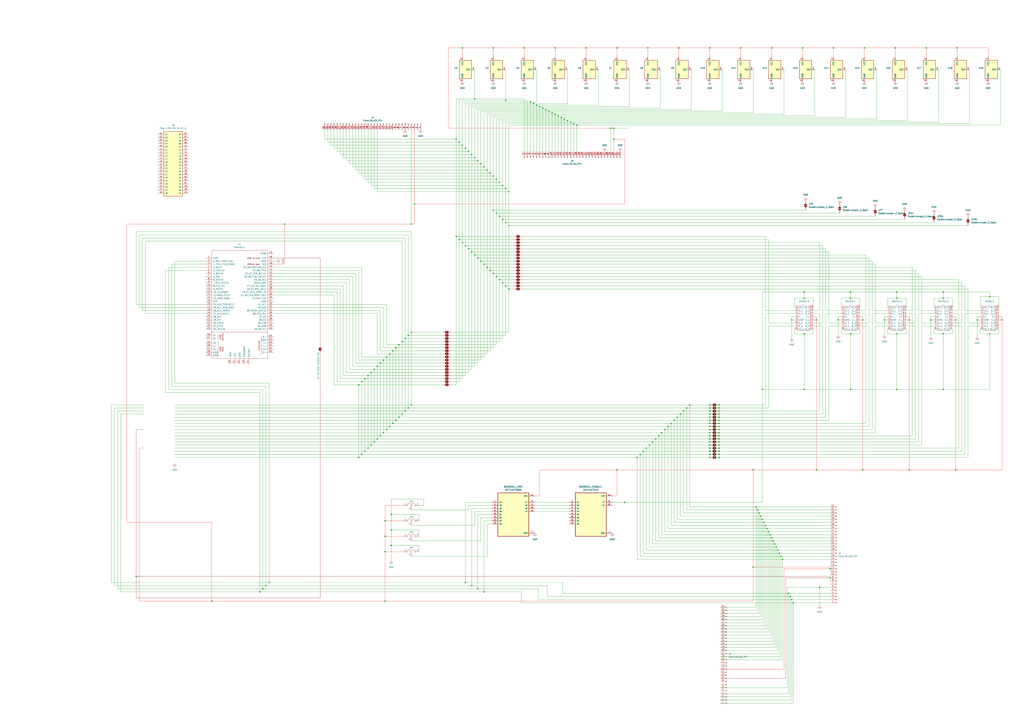
<source format=kicad_sch>
(kicad_sch (version 20231120) (generator "eeschema") (generator_version "8.0")
  (paper "A1")
  (junction (at 582.93 342.9))
  (junction (at 551.18 347.98))
  (junction (at 501.65 105.41))
  (junction (at 506.73 39.37))
  (junction (at 407.67 147.32))
  (junction (at 304.8 365.76))
  (junction (at 317.5 353.06))
  (junction (at 213.36 486.41))
  (junction (at 556.26 342.9))
  (junction (at 316.23 494.03))
  (junction (at 590.55 360.68))
  (junction (at 735.33 39.37))
  (junction (at 582.93 337.82))
  (junction (at 299.72 370.84))
  (junction (at 335.28 275.59))
  (junction (at 708.66 262.89))
  (junction (at 812.8 274.32))
  (junction (at 417.83 157.48))
  (junction (at 624.84 424.18))
  (junction (at 582.93 370.84))
  (junction (at 337.82 273.05))
  (junction (at 314.96 295.91))
  (junction (at 660.4 240.03))
  (junction (at 415.29 234.95))
  (junction (at 670.56 386.08))
  (junction (at 302.26 368.3))
  (junction (at 322.58 347.98))
  (junction (at 660.4 320.04))
  (junction (at 582.93 332.74))
  (junction (at 382.27 478.79))
  (junction (at 415.29 82.55))
  (junction (at 582.93 368.3))
  (junction (at 430.53 39.37))
  (junction (at 382.27 201.93))
  (junction (at 330.2 280.67))
  (junction (at 481.33 39.37))
  (junction (at 410.21 177.8))
  (junction (at 445.77 88.9))
  (junction (at 320.04 290.83))
  (junction (at 590.55 342.9))
  (junction (at 582.93 358.14))
  (junction (at 392.43 212.09))
  (junction (at 332.74 337.82))
  (junction (at 590.55 375.92))
  (junction (at 377.19 196.85))
  (junction (at 533.4 365.76))
  (junction (at 623.57 421.64))
  (junction (at 784.86 262.89))
  (junction (at 647.7 487.68))
  (junction (at 405.13 172.72))
  (junction (at 822.96 262.89))
  (junction (at 111.76 473.71))
  (junction (at 651.51 495.3))
  (junction (at 466.09 99.06))
  (junction (at 561.34 337.82))
  (junction (at 377.19 116.84))
  (junction (at 582.93 353.06))
  (junction (at 582.93 347.98))
  (junction (at 384.81 124.46))
  (junction (at 321.31 448.31))
  (junction (at 417.83 185.42))
  (junction (at 784.86 386.08))
  (junction (at 648.97 490.22))
  (junction (at 412.75 152.4))
  (junction (at 684.53 39.37))
  (junction (at 746.76 262.89))
  (junction (at 590.55 350.52))
  (junction (at 523.24 375.92))
  (junction (at 563.88 335.28))
  (junction (at 736.6 320.04))
  (junction (at 513.08 412.75))
  (junction (at 325.12 285.75))
  (junction (at 608.33 39.37))
  (junction (at 650.24 262.89))
  (junction (at 379.73 39.37))
  (junction (at 314.96 355.6))
  (junction (at 325.12 345.44))
  (junction (at 473.71 102.87))
  (junction (at 641.35 457.2))
  (junction (at 558.8 340.36))
  (junction (at 435.61 83.82))
  (junction (at 340.36 167.64))
  (junction (at 659.13 39.37))
  (junction (at 307.34 363.22))
  (junction (at 786.13 39.37))
  (junction (at 590.55 340.36))
  (junction (at 650.24 492.76))
  (junction (at 322.58 288.29))
  (junction (at 438.15 85.09))
  (junction (at 543.56 355.6))
  (junction (at 708.66 386.08))
  (junction (at 590.55 345.44))
  (junction (at 633.73 441.96))
  (junction (at 541.02 358.14))
  (junction (at 590.55 347.98))
  (junction (at 316.23 427.99))
  (junction (at 774.7 320.04))
  (junction (at 316.23 440.69))
  (junction (at 506.73 386.08))
  (junction (at 709.93 39.37))
  (junction (at 566.42 332.74))
  (junction (at 316.23 453.39))
  (junction (at 590.55 358.14))
  (junction (at 736.6 245.11))
  (junction (at 590.55 373.38))
  (junction (at 374.65 194.31))
  (junction (at 382.27 121.92))
  (junction (at 327.66 283.21))
  (junction (at 400.05 139.7))
  (junction (at 582.93 350.52))
  (junction (at 468.63 100.33))
  (junction (at 397.51 217.17))
  (junction (at 698.5 274.32))
  (junction (at 220.98 478.79))
  (junction (at 309.88 300.99))
  (junction (at 590.55 363.22))
  (junction (at 402.59 142.24))
  (junction (at 337.82 184.15))
  (junction (at 660.4 274.32))
  (junction (at 402.59 222.25))
  (junction (at 582.93 340.36))
  (junction (at 321.31 435.61))
  (junction (at 387.35 481.33))
  (junction (at 405.13 39.37))
  (junction (at 397.51 486.41))
  (junction (at 557.53 39.37))
  (junction (at 405.13 144.78))
  (junction (at 802.64 262.89))
  (junction (at 215.9 483.87))
  (junction (at 760.73 39.37))
  (junction (at 410.21 149.86))
  (junction (at 387.35 127))
  (junction (at 698.5 245.11))
  (junction (at 546.1 353.06))
  (junction (at 218.44 481.33))
  (junction (at 535.94 363.22))
  (junction (at 461.01 96.52))
  (junction (at 443.23 87.63))
  (junction (at 294.64 375.92))
  (junction (at 532.13 39.37))
  (junction (at 774.7 245.11))
  (junction (at 297.18 313.69))
  (junction (at 415.29 182.88))
  (junction (at 304.8 306.07))
  (junction (at 299.72 311.15))
  (junction (at 405.13 224.79))
  (junction (at 681.99 474.98))
  (junction (at 660.4 245.11))
  (junction (at 698.5 320.04))
  (junction (at 463.55 97.79))
  (junction (at 400.05 219.71))
  (junction (at 407.67 175.26))
  (junction (at 582.93 335.28))
  (junction (at 673.1 482.6))
  (junction (at 548.64 350.52))
  (junction (at 618.49 466.09))
  (junction (at 681.99 467.36))
  (junction (at 392.43 483.87))
  (junction (at 629.92 434.34))
  (junction (at 450.85 91.44))
  (junction (at 726.44 262.89))
  (junction (at 637.54 449.58))
  (junction (at 389.89 129.54))
  (junction (at 374.65 114.3))
  (junction (at 622.3 419.1))
  (junction (at 746.76 386.08))
  (junction (at 628.65 431.8))
  (junction (at 458.47 95.25))
  (junction (at 582.93 375.92))
  (junction (at 590.55 337.82))
  (junction (at 764.54 262.89))
  (junction (at 317.5 293.37))
  (junction (at 590.55 365.76))
  (junction (at 698.5 240.03))
  (junction (at 632.46 439.42))
  (junction (at 233.68 184.15))
  (junction (at 471.17 101.6))
  (junction (at 631.19 436.88))
  (junction (at 642.62 459.74))
  (junction (at 302.26 308.61))
  (junction (at 582.93 360.68))
  (junction (at 379.73 119.38))
  (junction (at 538.48 360.68))
  (junction (at 415.29 154.94))
  (junction (at 297.18 373.38))
  (junction (at 504.19 105.41))
  (junction (at 307.34 303.53))
  (junction (at 389.89 81.28))
  (junction (at 621.03 416.56))
  (junction (at 330.2 340.36))
  (junction (at 379.73 199.39))
  (junction (at 412.75 232.41))
  (junction (at 618.49 386.08))
  (junction (at 670.56 262.89))
  (junction (at 774.7 274.32))
  (junction (at 448.31 90.17))
  (junction (at 590.55 370.84))
  (junction (at 590.55 368.3))
  (junction (at 633.73 39.37))
  (junction (at 320.04 350.52))
  (junction (at 387.35 207.01))
  (junction (at 582.93 373.38))
  (junction (at 582.93 365.76))
  (junction (at 417.83 237.49))
  (junction (at 626.11 426.72))
  (junction (at 636.27 447.04))
  (junction (at 327.66 342.9))
  (junction (at 736.6 240.03))
  (junction (at 504.19 114.3))
  (junction (at 627.38 429.26))
  (junction (at 407.67 227.33))
  (junction (at 582.93 345.44))
  (junction (at 309.88 360.68))
  (junction (at 590.55 355.6))
  (junction (at 389.89 209.55))
  (junction (at 312.42 298.45))
  (junction (at 412.75 180.34))
  (junction (at 440.69 86.36))
  (junction (at 397.51 137.16))
  (junction (at 173.99 494.03))
  (junction (at 335.28 335.28))
  (junction (at 626.11 320.04))
  (junction (at 453.39 92.71))
  (junction (at 528.32 370.84))
  (junction (at 410.21 229.87))
  (junction (at 640.08 454.66))
  (junction (at 525.78 373.38))
  (junction (at 312.42 358.14))
  (junction (at 321.31 422.91))
  (junction (at 736.6 274.32))
  (junction (at 394.97 134.62))
  (junction (at 294.64 316.23))
  (junction (at 590.55 335.28))
  (junction (at 774.7 240.03))
  (junction (at 394.97 214.63))
  (junction (at 812.8 243.84))
  (junction (at 337.82 332.74))
  (junction (at 590.55 332.74))
  (junction (at 553.72 345.44))
  (junction (at 590.55 353.06))
  (junction (at 582.93 355.6))
  (junction (at 455.93 39.37))
  (junction (at 688.34 262.89))
  (junction (at 638.81 452.12))
  (junction (at 635 444.5))
  (junction (at 582.93 39.37))
  (junction (at 384.81 204.47))
  (junction (at 332.74 278.13))
  (junction (at 392.43 132.08))
  (junction (at 530.86 368.3))
  (junction (at 455.93 93.98))
  (junction (at 582.93 363.22))
  (wire (pts (xy 648.97 572.77) (xy 591.82 572.77)))
  (wire (pts (xy 764.54 260.35) (xy 764.54 262.89)))
  (wire (pts (xy 392.43 483.87) (xy 441.96 483.87)))
  (wire (pts (xy 792.48 255.27) (xy 792.48 234.95)))
  (wire (pts (xy 337.82 332.74) (xy 566.42 332.74)))
  (wire (pts (xy 327.66 342.9) (xy 556.26 342.9)))
  (wire (pts (xy 746.76 260.35) (xy 744.22 260.35)) (stroke (width 0) (color 255 0 0 1)))
  (wire (pts (xy 590.55 342.9) (xy 678.18 342.9)))
  (wire (pts (xy 530.86 368.3) (xy 582.93 368.3)))
  (wire (pts (xy 224.79 234.95) (xy 281.94 234.95)))
  (wire (pts (xy 802.64 260.35) (xy 802.64 262.89)))
  (wire (pts (xy 309.88 257.81) (xy 309.88 290.83)))
  (wire (pts (xy 681.99 482.6) (xy 673.1 482.6)))
  (wire (pts (xy 289.56 300.99) (xy 309.88 300.99)))
  (wire (pts (xy 618.49 466.09) (xy 618.49 494.03)) (stroke (width 0) (color 255 0 0 1)))
  (wire (pts (xy 439.42 412.75) (xy 467.36 412.75)))
  (wire (pts (xy 822.96 386.08) (xy 822.96 262.89)) (stroke (width 0) (color 255 0 0 1)))
  (wire (pts (xy 304.8 306.07) (xy 363.22 306.07)))
  (wire (pts (xy 668.02 255.27) (xy 673.1 255.27)))
  (wire (pts (xy 309.88 290.83) (xy 320.04 290.83)))
  (wire (pts (xy 370.84 278.13) (xy 412.75 278.13)))
  (wire (pts (xy 340.36 167.64) (xy 340.36 184.15)) (stroke (width 0) (color 255 0 0 1)))
  (wire (pts (xy 119.38 257.81) (xy 168.91 257.81)))
  (wire (pts (xy 173.99 494.03) (xy 173.99 429.26)) (stroke (width 0) (color 255 0 0 1)))
  (wire (pts (xy 681.99 473.71) (xy 681.99 474.98)) (stroke (width 0) (color 132 0 0 1)))
  (wire (pts (xy 590.55 368.3) (xy 787.4 368.3)))
  (wire (pts (xy 307.34 363.22) (xy 535.94 363.22)))
  (wire (pts (xy 751.84 267.97) (xy 751.84 360.68)))
  (wire (pts (xy 736.6 274.32) (xy 744.22 274.32)))
  (wire (pts (xy 370.84 311.15) (xy 379.73 311.15)))
  (wire (pts (xy 590.55 370.84) (xy 789.94 370.84)))
  (wire (pts (xy 673.1 255.27) (xy 673.1 199.39)))
  (wire (pts (xy 670.56 260.35) (xy 670.56 262.89)) (stroke (width 0) (color 255 0 0 1)))
  (wire (pts (xy 224.79 240.03) (xy 276.86 240.03)))
  (wire (pts (xy 143.51 350.52) (xy 320.04 350.52)))
  (wire (pts (xy 650.24 575.31) (xy 650.24 492.76)))
  (wire (pts (xy 429.26 196.85) (xy 631.19 196.85)))
  (wire (pts (xy 332.74 278.13) (xy 332.74 195.58)))
  (wire (pts (xy 764.54 262.89) (xy 767.08 262.89)))
  (wire (pts (xy 276.86 313.69) (xy 297.18 313.69)))
  (wire (pts (xy 551.18 347.98) (xy 551.18 431.8)))
  (wire (pts (xy 387.35 87.63) (xy 387.35 127)))
  (wire (pts (xy 407.67 147.32) (xy 407.67 175.26)))
  (wire (pts (xy 279.4 311.15) (xy 299.72 311.15)))
  (wire (pts (xy 629.92 516.89) (xy 629.92 434.34)))
  (wire (pts (xy 143.51 342.9) (xy 327.66 342.9)))
  (wire (pts (xy 535.94 363.22) (xy 535.94 447.04)))
  (wire (pts (xy 805.18 265.43) (xy 795.02 265.43)))
  (wire (pts (xy 400.05 93.98) (xy 400.05 139.7)))
  (wire (pts (xy 735.33 39.37) (xy 760.73 39.37)) (stroke (width 0) (color 255 0 0 1)))
  (wire (pts (xy 218.44 317.5) (xy 218.44 481.33)))
  (wire (pts (xy 430.53 39.37) (xy 455.93 39.37)) (stroke (width 0) (color 255 0 0 1)))
  (wire (pts (xy 504.19 114.3) (xy 504.19 124.46)) (stroke (width 0) (color 255 0 0 1)))
  (wire (pts (xy 471.17 101.6) (xy 471.17 124.46)))
  (wire (pts (xy 429.26 194.31) (xy 628.65 194.31)))
  (wire (pts (xy 281.94 308.61) (xy 302.26 308.61)))
  (wire (pts (xy 746.76 386.08) (xy 746.76 262.89)) (stroke (width 0) (color 255 0 0 1)))
  (wire (pts (xy 438.15 85.09) (xy 382.27 85.09)))
  (wire (pts (xy 111.76 250.19) (xy 168.91 250.19)))
  (wire (pts (xy 397.51 486.41) (xy 397.51 427.99)))
  (wire (pts (xy 405.13 96.52) (xy 405.13 144.78)))
  (wire (pts (xy 317.5 283.21) (xy 327.66 283.21)))
  (wire (pts (xy 421.64 229.87) (xy 410.21 229.87)))
  (wire (pts (xy 370.84 300.99) (xy 389.89 300.99)))
  (wire (pts (xy 556.26 342.9) (xy 556.26 426.72)))
  (wire (pts (xy 767.08 245.11) (xy 774.7 245.11)))
  (wire (pts (xy 335.28 193.04) (xy 114.3 193.04)))
  (wire (pts (xy 421.64 217.17) (xy 397.51 217.17)))
  (wire (pts (xy 441.96 483.87) (xy 441.96 492.76)))
  (wire (pts (xy 400.05 457.2) (xy 400.05 430.53)))
  (wire (pts (xy 337.82 273.05) (xy 337.82 190.5)))
  (wire (pts (xy 392.43 212.09) (xy 392.43 298.45)))
  (wire (pts (xy 632.46 521.97) (xy 632.46 439.42)))
  (wire (pts (xy 337.82 273.05) (xy 363.22 273.05)))
  (wire (pts (xy 344.17 422.91) (xy 321.31 422.91)))
  (wire (pts (xy 312.42 298.45) (xy 312.42 358.14)))
  (wire (pts (xy 745.49 99.06) (xy 466.09 99.06)))
  (wire (pts (xy 316.23 440.69) (xy 331.47 440.69)) (stroke (width 0) (color 255 0 0 1)))
  (wire (pts (xy 317.5 353.06) (xy 546.1 353.06)))
  (wire (pts (xy 624.84 506.73) (xy 591.82 506.73)))
  (wire (pts (xy 770.89 57.15) (xy 770.89 100.33)))
  (wire (pts (xy 96.52 337.82) (xy 118.11 337.82)))
  (wire (pts (xy 99.06 486.41) (xy 99.06 340.36)))
  (wire (pts (xy 548.64 350.52) (xy 548.64 434.34)))
  (wire (pts (xy 379.73 199.39) (xy 379.73 311.15)))
  (wire (pts (xy 370.84 316.23) (xy 374.65 316.23)))
  (wire (pts (xy 287.02 106.68) (xy 287.02 134.62)))
  (wire (pts (xy 412.75 180.34) (xy 742.95 180.34)))
  (wire (pts (xy 215.9 483.87) (xy 392.43 483.87)))
  (wire (pts (xy 690.88 274.32) (xy 698.5 274.32)))
  (wire (pts (xy 820.42 262.89) (xy 822.96 262.89)) (stroke (width 0) (color 255 0 0 1)))
  (wire (pts (xy 405.13 144.78) (xy 405.13 172.72)))
  (wire (pts (xy 412.75 100.33) (xy 412.75 152.4)))
  (wire (pts (xy 421.64 214.63) (xy 394.97 214.63)))
  (wire (pts (xy 279.4 127) (xy 387.35 127)))
  (wire (pts (xy 711.2 255.27) (xy 711.2 209.55)))
  (wire (pts (xy 377.19 82.55) (xy 415.29 82.55)))
  (wire (pts (xy 370.84 293.37) (xy 397.51 293.37)))
  (wire (pts (xy 690.88 252.73) (xy 690.88 245.11)))
  (wire (pts (xy 410.21 149.86) (xy 410.21 177.8)))
  (wire (pts (xy 638.81 452.12) (xy 681.99 452.12)))
  (wire (pts (xy 274.32 242.57) (xy 274.32 316.23)))
  (wire (pts (xy 784.86 386.08) (xy 784.86 262.89)) (stroke (width 0) (color 255 0 0 1)))
  (wire (pts (xy 645.16 557.53) (xy 645.16 474.98)) (stroke (width 0) (color 132 0 0 1)))
  (wire (pts (xy 309.88 300.99) (xy 363.22 300.99)))
  (wire (pts (xy 429.26 232.41) (xy 789.94 232.41)))
  (wire (pts (xy 745.49 57.15) (xy 745.49 99.06)))
  (wire (pts (xy 708.66 260.35) (xy 708.66 262.89)) (stroke (width 0) (color 255 0 0 1)))
  (wire (pts (xy 410.21 177.8) (xy 718.82 177.8)))
  (wire (pts (xy 302.26 368.3) (xy 530.86 368.3)))
  (wire (pts (xy 622.3 501.65) (xy 591.82 501.65)))
  (wire (pts (xy 546.1 353.06) (xy 582.93 353.06)))
  (wire (pts (xy 513.08 414.02) (xy 513.08 412.75)))
  (wire (pts (xy 792.48 257.81) (xy 792.48 373.38)))
  (wire (pts (xy 491.49 86.36) (xy 440.69 86.36)))
  (wire (pts (xy 668.02 267.97) (xy 675.64 267.97)))
  (wire (pts (xy 640.08 454.66) (xy 681.99 454.66)))
  (wire (pts (xy 370.84 298.45) (xy 392.43 298.45)))
  (wire (pts (xy 304.8 365.76) (xy 533.4 365.76)))
  (wire (pts (xy 558.8 424.18) (xy 624.84 424.18)))
  (wire (pts (xy 443.23 407.67) (xy 439.42 407.67)) (stroke (width 0) (color 255 0 0 1)))
  (wire (pts (xy 631.19 519.43) (xy 591.82 519.43)))
  (wire (pts (xy 294.64 295.91) (xy 314.96 295.91)))
  (wire (pts (xy 646.43 565.15) (xy 646.43 482.6)))
  (wire (pts (xy 590.55 363.22) (xy 754.38 363.22)))
  (wire (pts (xy 631.19 267.97) (xy 631.19 335.28)))
  (wire (pts (xy 582.93 39.37) (xy 608.33 39.37)) (stroke (width 0) (color 255 0 0 1)))
  (wire (pts (xy 590.55 332.74) (xy 582.93 332.74)))
  (wire (pts (xy 706.12 274.32) (xy 706.12 270.51)))
  (wire (pts (xy 430.53 81.28) (xy 430.53 124.46)))
  (wire (pts (xy 557.53 39.37) (xy 557.53 46.99)) (stroke (width 0) (color 255 0 0 1)))
  (wire (pts (xy 774.7 274.32) (xy 774.7 320.04)))
  (wire (pts (xy 421.64 199.39) (xy 379.73 199.39)))
  (wire (pts (xy 624.84 424.18) (xy 681.99 424.18)))
  (wire (pts (xy 684.53 39.37) (xy 709.93 39.37)) (stroke (width 0) (color 255 0 0 1)))
  (wire (pts (xy 429.26 199.39) (xy 673.1 199.39)))
  (wire (pts (xy 374.65 114.3) (xy 374.65 194.31)))
  (wire (pts (xy 556.26 426.72) (xy 626.11 426.72)))
  (wire (pts (xy 635 527.05) (xy 635 444.5)))
  (wire (pts (xy 284.48 232.41) (xy 284.48 306.07)))
  (wire (pts (xy 397.51 217.17) (xy 397.51 293.37)))
  (wire (pts (xy 384.81 415.29) (xy 403.86 415.29)))
  (wire (pts (xy 513.08 412.75) (xy 502.92 412.75)))
  (wire (pts (xy 805.18 260.35) (xy 802.64 260.35)))
  (wire (pts (xy 582.93 332.74) (xy 566.42 332.74)))
  (wire (pts (xy 590.55 347.98) (xy 582.93 347.98)))
  (wire (pts (xy 466.09 99.06) (xy 466.09 124.46)))
  (wire (pts (xy 405.13 39.37) (xy 405.13 46.99)) (stroke (width 0) (color 255 0 0 1)))
  (wire (pts (xy 138.43 219.71) (xy 168.91 219.71)))
  (wire (pts (xy 387.35 417.83) (xy 403.86 417.83)))
  (wire (pts (xy 143.51 365.76) (xy 304.8 365.76)))
  (wire (pts (xy 370.84 313.69) (xy 377.19 313.69)))
  (wire (pts (xy 782.32 265.43) (xy 789.94 265.43)))
  (wire (pts (xy 553.72 429.26) (xy 627.38 429.26)))
  (wire (pts (xy 384.81 204.47) (xy 384.81 306.07)))
  (wire (pts (xy 626.11 509.27) (xy 591.82 509.27)))
  (wire (pts (xy 435.61 83.82) (xy 379.73 83.82)))
  (wire (pts (xy 297.18 144.78) (xy 405.13 144.78)))
  (wire (pts (xy 651.51 495.3) (xy 681.99 495.3)))
  (wire (pts (xy 294.64 142.24) (xy 402.59 142.24)))
  (wire (pts (xy 220.98 314.96) (xy 220.98 478.79)))
  (wire (pts (xy 233.68 217.17) (xy 224.79 217.17)) (stroke (width 0) (color 255 0 0 1)))
  (wire (pts (xy 389.89 57.15) (xy 389.89 81.28)))
  (wire (pts (xy 421.64 204.47) (xy 384.81 204.47)))
  (wire (pts (xy 618.49 386.08) (xy 670.56 386.08)) (stroke (width 0) (color 255 0 0 1)))
  (wire (pts (xy 143.51 358.14) (xy 312.42 358.14)))
  (wire (pts (xy 735.33 39.37) (xy 735.33 46.99)) (stroke (width 0) (color 255 0 0 1)))
  (wire (pts (xy 802.64 262.89) (xy 805.18 262.89)))
  (wire (pts (xy 377.19 196.85) (xy 377.19 313.69)))
  (wire (pts (xy 370.84 295.91) (xy 394.97 295.91)))
  (wire (pts (xy 116.84 195.58) (xy 116.84 255.27)))
  (wire (pts (xy 795.02 237.49) (xy 795.02 265.43)))
  (wire (pts (xy 213.36 322.58) (xy 213.36 486.41)))
  (wire (pts (xy 648.97 490.22) (xy 681.99 490.22)))
  (wire (pts (xy 91.44 478.79) (xy 91.44 332.74)))
  (wire (pts (xy 627.38 511.81) (xy 627.38 429.26)))
  (wire (pts (xy 382.27 412.75) (xy 403.86 412.75)))
  (wire (pts (xy 642.62 542.29) (xy 642.62 459.74)))
  (wire (pts (xy 316.23 427.99) (xy 316.23 440.69)) (stroke (width 0) (color 255 0 0 1)))
  (wire (pts (xy 143.51 214.63) (xy 143.51 314.96)))
  (wire (pts (xy 321.31 410.21) (xy 321.31 422.91)))
  (wire (pts (xy 756.92 267.97) (xy 756.92 365.76)))
  (wire (pts (xy 590.55 347.98) (xy 711.2 347.98)))
  (wire (pts (xy 322.58 288.29) (xy 322.58 347.98)))
  (wire (pts (xy 337.82 431.8) (xy 389.89 431.8)))
  (wire (pts (xy 304.8 106.68) (xy 304.8 152.4)))
  (wire (pts (xy 770.89 100.33) (xy 468.63 100.33)))
  (wire (pts (xy 502.92 407.67) (xy 506.73 407.67)) (stroke (width 0) (color 255 0 0 1)))
  (wire (pts (xy 314.96 295.91) (xy 314.96 355.6)))
  (wire (pts (xy 276.86 240.03) (xy 276.86 313.69)))
  (wire (pts (xy 405.13 224.79) (xy 405.13 285.75)))
  (wire (pts (xy 590.55 358.14) (xy 582.93 358.14)))
  (wire (pts (xy 642.62 459.74) (xy 681.99 459.74)))
  (wire (pts (xy 337.82 190.5) (xy 111.76 190.5)))
  (wire (pts (xy 116.84 255.27) (xy 168.91 255.27)))
  (wire (pts (xy 314.96 285.75) (xy 325.12 285.75)))
  (wire (pts (xy 297.18 313.69) (xy 297.18 373.38)))
  (wire (pts (xy 669.29 95.25) (xy 458.47 95.25)))
  (wire (pts (xy 706.12 262.89) (xy 708.66 262.89)) (stroke (width 0) (color 255 0 0 1)))
  (wire (pts (xy 805.18 267.97) (xy 795.02 267.97)))
  (wire (pts (xy 593.09 91.44) (xy 450.85 91.44)))
  (wire (pts (xy 767.08 270.51) (xy 767.08 274.32)))
  (wire (pts (xy 320.04 290.83) (xy 363.22 290.83)))
  (wire (pts (xy 292.1 224.79) (xy 292.1 298.45)))
  (wire (pts (xy 114.3 252.73) (xy 168.91 252.73)))
  (wire (pts (xy 421.64 194.31) (xy 374.65 194.31)))
  (wire (pts (xy 690.88 260.35) (xy 688.34 260.35)))
  (wire (pts (xy 633.73 39.37) (xy 659.13 39.37)) (stroke (width 0) (color 255 0 0 1)))
  (wire (pts (xy 114.3 193.04) (xy 114.3 252.73)))
  (wire (pts (xy 382.27 412.75) (xy 382.27 478.79)))
  (wire (pts (xy 582.93 355.6) (xy 543.56 355.6)))
  (wire (pts (xy 111.76 353.06) (xy 118.11 353.06)) (stroke (width 0) (color 132 0 0 1)))
  (wire (pts (xy 312.42 288.29) (xy 322.58 288.29)))
  (wire (pts (xy 543.56 355.6) (xy 543.56 439.42)))
  (wire (pts (xy 802.64 262.89) (xy 802.64 276.86)))
  (wire (pts (xy 786.13 39.37) (xy 786.13 46.99)) (stroke (width 0) (color 255 0 0 1)))
  (wire (pts (xy 224.79 232.41) (xy 284.48 232.41)))
  (wire (pts (xy 304.8 152.4) (xy 412.75 152.4)))
  (wire (pts (xy 659.13 39.37) (xy 684.53 39.37)) (stroke (width 0) (color 255 0 0 1)))
  (wire (pts (xy 528.32 370.84) (xy 528.32 454.66)))
  (wire (pts (xy 690.88 257.81) (xy 678.18 257.81)))
  (wire (pts (xy 822.96 260.35) (xy 822.96 262.89)) (stroke (width 0) (color 255 0 0 1)))
  (wire (pts (xy 224.79 257.81) (xy 309.88 257.81)))
  (wire (pts (xy 673.1 257.81) (xy 673.1 337.82)))
  (wire (pts (xy 93.98 481.33) (xy 218.44 481.33)))
  (wire (pts (xy 623.57 421.64) (xy 681.99 421.64)))
  (wire (pts (xy 812.8 274.32) (xy 820.42 274.32)))
  (wire (pts (xy 389.89 81.28) (xy 430.53 81.28)))
  (wire (pts (xy 344.17 448.31) (xy 321.31 448.31)))
  (wire (pts (xy 143.51 214.63) (xy 168.91 214.63)))
  (wire (pts (xy 796.29 101.6) (xy 471.17 101.6)))
  (wire (pts (xy 429.26 212.09) (xy 713.74 212.09)))
  (wire (pts (xy 491.49 57.15) (xy 491.49 86.36)))
  (wire (pts (xy 439.42 415.29) (xy 467.36 415.29)))
  (wire (pts (xy 438.15 85.09) (xy 438.15 124.46)))
  (wire (pts (xy 628.65 514.35) (xy 591.82 514.35)))
  (wire (pts (xy 713.74 265.43) (xy 713.74 212.09)))
  (wire (pts (xy 506.73 39.37) (xy 532.13 39.37)) (stroke (width 0) (color 255 0 0 1)))
  (wire (pts (xy 504.19 105.41) (xy 516.89 105.41)))
  (wire (pts (xy 648.97 572.77) (xy 648.97 490.22)))
  (wire (pts (xy 647.7 570.23) (xy 591.82 570.23)))
  (wire (pts (xy 720.09 97.79) (xy 463.55 97.79)))
  (wire (pts (xy 637.54 532.13) (xy 637.54 449.58)))
  (wire (pts (xy 266.7 106.68) (xy 266.7 114.3)))
  (wire (pts (xy 561.34 421.64) (xy 623.57 421.64)))
  (wire (pts (xy 746.76 260.35) (xy 746.76 262.89)) (stroke (width 0) (color 255 0 0 1)))
  (wire (pts (xy 784.86 260.35) (xy 782.32 260.35)) (stroke (width 0) (color 255 0 0 1)))
  (wire (pts (xy 624.84 506.73) (xy 624.84 424.18)))
  (wire (pts (xy 726.44 260.35) (xy 726.44 262.89)))
  (wire (pts (xy 445.77 88.9) (xy 445.77 124.46)))
  (wire (pts (xy 370.84 303.53) (xy 387.35 303.53)))
  (wire (pts (xy 645.16 474.98) (xy 681.99 474.98)) (stroke (width 0) (color 132 0 0 1)))
  (wire (pts (xy 720.09 57.15) (xy 720.09 97.79)))
  (wire (pts (xy 299.72 147.32) (xy 407.67 147.32)))
  (wire (pts (xy 302.26 308.61) (xy 302.26 368.3)))
  (wire (pts (xy 501.65 105.41) (xy 501.65 124.46)))
  (wire (pts (xy 660.4 274.32) (xy 660.4 320.04)))
  (wire (pts (xy 650.24 492.76) (xy 681.99 492.76)))
  (wire (pts (xy 224.79 229.87) (xy 287.02 229.87)))
  (wire (pts (xy 407.67 175.26) (xy 689.61 175.26)))
  (wire (pts (xy 805.18 274.32) (xy 812.8 274.32)))
  (wire (pts (xy 218.44 481.33) (xy 387.35 481.33)))
  (wire (pts (xy 728.98 252.73) (xy 728.98 245.11)))
  (wire (pts (xy 439.42 420.37) (xy 467.36 420.37)))
  (wire (pts (xy 582.93 368.3) (xy 590.55 368.3)))
  (wire (pts (xy 389.89 431.8) (xy 389.89 420.37)))
  (wire (pts (xy 675.64 265.43) (xy 675.64 201.93)))
  (wire (pts (xy 561.34 337.82) (xy 561.34 421.64)))
  (wire (pts (xy 774.7 240.03) (xy 812.8 240.03)))
  (wire (pts (xy 774.7 320.04) (xy 812.8 320.04)))
  (wire (pts (xy 551.18 431.8) (xy 628.65 431.8)))
  (wire (pts (xy 427.99 486.41) (xy 427.99 495.3)))
  (wire (pts (xy 394.97 444.5) (xy 394.97 425.45)))
  (wire (pts (xy 618.49 466.09) (xy 681.99 466.09)) (stroke (width 0) (color 255 0 0 1)))
  (wire (pts (xy 337.82 184.15) (xy 340.36 184.15)))
  (wire (pts (xy 440.69 86.36) (xy 384.81 86.36)))
  (wire (pts (xy 448.31 90.17) (xy 448.31 124.46)))
  (wire (pts (xy 322.58 288.29) (xy 363.22 288.29)))
  (wire (pts (xy 292.1 106.68) (xy 292.1 139.7)))
  (wire (pts (xy 754.38 255.27) (xy 754.38 224.79)))
  (wire (pts (xy 652.78 270.51) (xy 652.78 274.32)))
  (wire (pts (xy 370.84 288.29) (xy 402.59 288.29)))
  (wire (pts (xy 99.06 340.36) (xy 118.11 340.36)))
  (wire (pts (xy 224.79 222.25) (xy 294.64 222.25)))
  (wire (pts (xy 412.75 152.4) (xy 412.75 180.34)))
  (wire (pts (xy 440.69 86.36) (xy 440.69 124.46)))
  (wire (pts (xy 439.42 417.83) (xy 467.36 417.83)))
  (wire (pts (xy 316.23 415.29) (xy 316.23 427.99)) (stroke (width 0) (color 255 0 0 1)))
  (wire (pts (xy 590.55 353.06) (xy 582.93 353.06)))
  (wire (pts (xy 698.5 274.32) (xy 706.12 274.32)))
  (wire (pts (xy 143.51 347.98) (xy 322.58 347.98)))
  (wire (pts (xy 397.51 486.41) (xy 427.99 486.41)))
  (wire (pts (xy 708.66 386.08) (xy 708.66 262.89)) (stroke (width 0) (color 255 0 0 1)))
  (wire (pts (xy 173.99 429.26) (xy 104.14 429.26)) (stroke (width 0) (color 255 0 0 1)))
  (wire (pts (xy 631.19 519.43) (xy 631.19 436.88)))
  (wire (pts (xy 660.4 245.11) (xy 668.02 245.11)))
  (wire (pts (xy 660.4 240.03) (xy 660.4 245.11)))
  (wire (pts (xy 330.2 280.67) (xy 330.2 340.36)))
  (wire (pts (xy 299.72 370.84) (xy 528.32 370.84)))
  (wire (pts (xy 435.61 83.82) (xy 435.61 124.46)))
  (wire (pts (xy 643.89 549.91) (xy 643.89 467.36)) (stroke (width 0) (color 255 0 0 1)))
  (wire (pts (xy 533.4 365.76) (xy 582.93 365.76)))
  (wire (pts (xy 557.53 39.37) (xy 582.93 39.37)) (stroke (width 0) (color 255 0 0 1)))
  (wire (pts (xy 532.13 39.37) (xy 557.53 39.37)) (stroke (width 0) (color 255 0 0 1)))
  (wire (pts (xy 443.23 87.63) (xy 387.35 87.63)))
  (wire (pts (xy 402.59 222.25) (xy 402.59 288.29)))
  (wire (pts (xy 143.51 337.82) (xy 332.74 337.82)))
  (wire (pts (xy 652.78 274.32) (xy 660.4 274.32)))
  (wire (pts (xy 590.55 350.52) (xy 582.93 350.52)))
  (wire (pts (xy 821.69 102.87) (xy 473.71 102.87)))
  (wire (pts (xy 415.29 182.88) (xy 767.08 182.88)))
  (wire (pts (xy 673.1 482.6) (xy 673.1 497.84)))
  (wire (pts (xy 387.35 127) (xy 387.35 207.01)))
  (wire (pts (xy 698.5 274.32) (xy 698.5 320.04)))
  (wire (pts (xy 636.27 529.59) (xy 591.82 529.59)))
  (wire (pts (xy 708.66 260.35) (xy 706.12 260.35)) (stroke (width 0) (color 255 0 0 1)))
  (wire (pts (xy 392.43 90.17) (xy 392.43 132.08)))
  (wire (pts (xy 805.18 257.81) (xy 792.48 257.81)))
  (wire (pts (xy 535.94 447.04) (xy 636.27 447.04)))
  (wire (pts (xy 337.82 184.15) (xy 233.68 184.15)) (stroke (width 0) (color 255 0 0 1)))
  (wire (pts (xy 660.4 320.04) (xy 698.5 320.04)))
  (wire (pts (xy 281.94 129.54) (xy 389.89 129.54)))
  (wire (pts (xy 647.7 487.68) (xy 681.99 487.68)))
  (wire (pts (xy 347.98 410.21) (xy 347.98 415.29)))
  (wire (pts (xy 590.55 345.44) (xy 582.93 345.44)))
  (wire (pts (xy 417.83 237.49) (xy 417.83 185.42)))
  (wire (pts (xy 402.59 95.25) (xy 402.59 142.24)))
  (wire (pts (xy 660.4 274.32) (xy 668.02 274.32)))
  (wire (pts (xy 335.28 275.59) (xy 363.22 275.59)))
  (wire (pts (xy 135.89 222.25) (xy 168.91 222.25)))
  (wire (pts (xy 481.33 39.37) (xy 481.33 46.99)) (stroke (width 0) (color 255 0 0 1)))
  (wire (pts (xy 407.67 227.33) (xy 407.67 283.21)))
  (wire (pts (xy 468.63 100.33) (xy 468.63 124.46)))
  (wire (pts (xy 370.84 275.59) (xy 415.29 275.59)))
  (wire (pts (xy 449.58 481.33) (xy 449.58 490.22)))
  (wire (pts (xy 668.02 260.35) (xy 670.56 260.35)) (stroke (width 0) (color 255 0 0 1)))
  (wire (pts (xy 320.04 350.52) (xy 548.64 350.52)))
  (wire (pts (xy 608.33 39.37) (xy 608.33 46.99)) (stroke (width 0) (color 255 0 0 1)))
  (wire (pts (xy 473.71 102.87) (xy 473.71 124.46)))
  (wire (pts (xy 307.34 303.53) (xy 363.22 303.53)))
  (wire (pts (xy 297.18 106.68) (xy 297.18 144.78)))
  (wire (pts (xy 749.3 257.81) (xy 749.3 358.14)))
  (wire (pts (xy 96.52 483.87) (xy 215.9 483.87)))
  (wire (pts (xy 641.35 457.2) (xy 681.99 457.2)))
  (wire (pts (xy 379.73 83.82) (xy 379.73 119.38)))
  (wire (pts (xy 281.94 234.95) (xy 281.94 308.61)))
  (wire (pts (xy 694.69 96.52) (xy 461.01 96.52)))
  (wire (pts (xy 421.64 222.25) (xy 402.59 222.25)))
  (wire (pts (xy 302.26 308.61) (xy 363.22 308.61)))
  (wire (pts (xy 104.14 184.15) (xy 233.68 184.15)) (stroke (width 0) (color 255 0 0 1)))
  (wire (pts (xy 370.84 283.21) (xy 407.67 283.21)))
  (wire (pts (xy 590.55 360.68) (xy 582.93 360.68)))
  (wire (pts (xy 668.02 257.81) (xy 673.1 257.81)))
  (wire (pts (xy 567.69 90.17) (xy 448.31 90.17)))
  (wire (pts (xy 415.29 234.95) (xy 415.29 182.88)))
  (wire (pts (xy 368.3 105.41) (xy 501.65 105.41)) (stroke (width 0) (color 255 0 0 1)))
  (wire (pts (xy 670.56 386.08) (xy 708.66 386.08)) (stroke (width 0) (color 255 0 0 1)))
  (wire (pts (xy 307.34 154.94) (xy 415.29 154.94)))
  (wire (pts (xy 322.58 347.98) (xy 551.18 347.98)))
  (wire (pts (xy 461.01 96.52) (xy 461.01 124.46)))
  (wire (pts (xy 421.64 219.71) (xy 400.05 219.71)))
  (wire (pts (xy 767.08 260.35) (xy 764.54 260.35)))
  (wire (pts (xy 525.78 457.2) (xy 641.35 457.2)))
  (wire (pts (xy 340.36 106.68) (xy 340.36 167.64)) (stroke (width 0) (color 255 0 0 1)))
  (wire (pts (xy 590.55 353.06) (xy 716.28 353.06)))
  (wire (pts (xy 718.82 265.43) (xy 718.82 217.17)))
  (wire (pts (xy 299.72 106.68) (xy 299.72 147.32)))
  (wire (pts (xy 287.02 134.62) (xy 394.97 134.62)))
  (wire (pts (xy 626.11 240.03) (xy 660.4 240.03)))
  (wire (pts (xy 623.57 504.19) (xy 623.57 421.64)))
  (wire (pts (xy 668.02 262.89) (xy 670.56 262.89)) (stroke (width 0) (color 255 0 0 1)))
  (wire (pts (xy 706.12 245.11) (xy 706.12 252.73)))
  (wire (pts (xy 736.6 240.03) (xy 774.7 240.03)))
  (wire (pts (xy 337.82 273.05) (xy 337.82 332.74)))
  (wire (pts (xy 440.69 83.82) (xy 435.61 83.82)))
  (wire (pts (xy 627.38 511.81) (xy 591.82 511.81)))
  (wire (pts (xy 659.13 39.37) (xy 659.13 46.99)) (stroke (width 0) (color 255 0 0 1)))
  (wire (pts (xy 344.17 448.31) (xy 344.17 453.39)))
  (wire (pts (xy 678.18 257.81) (xy 678.18 342.9)))
  (wire (pts (xy 262.89 290.83) (xy 262.89 491.49)) (stroke (width 0) (color 132 0 0 1)))
  (wire (pts (xy 523.24 375.92) (xy 523.24 459.74)))
  (wire (pts (xy 143.51 375.92) (xy 294.64 375.92)))
  (wire (pts (xy 405.13 172.72) (xy 661.67 172.72)))
  (wire (pts (xy 309.88 300.99) (xy 309.88 360.68)))
  (wire (pts (xy 811.53 39.37) (xy 811.53 46.99)) (stroke (width 0) (color 255 0 0 1)))
  (wire (pts (xy 394.97 214.63) (xy 394.97 295.91)))
  (wire (pts (xy 382.27 121.92) (xy 382.27 201.93)))
  (wire (pts (xy 764.54 262.89) (xy 764.54 276.86)))
  (wire (pts (xy 690.88 245.11) (xy 698.5 245.11)))
  (wire (pts (xy 622.3 419.1) (xy 681.99 419.1)))
  (wire (pts (xy 728.98 245.11) (xy 736.6 245.11)))
  (wire (pts (xy 637.54 449.58) (xy 681.99 449.58)))
  (wire (pts (xy 224.79 237.49) (xy 279.4 237.49)))
  (wire (pts (xy 427.99 495.3) (xy 651.51 495.3)))
  (wire (pts (xy 269.24 106.68) (xy 269.24 116.84)))
  (wire (pts (xy 774.7 274.32) (xy 782.32 274.32)))
  (wire (pts (xy 633.73 441.96) (xy 681.99 441.96)))
  (wire (pts (xy 405.13 172.72) (xy 405.13 224.79)))
  (wire (pts (xy 429.26 234.95) (xy 792.48 234.95)))
  (wire (pts (xy 784.86 386.08) (xy 822.96 386.08)) (stroke (width 0) (color 255 0 0 1)))
  (wire (pts (xy 429.26 204.47) (xy 678.18 204.47)))
  (wire (pts (xy 642.62 542.29) (xy 591.82 542.29)))
  (wire (pts (xy 582.93 373.38) (xy 590.55 373.38)))
  (wire (pts (xy 641.35 539.75) (xy 591.82 539.75)))
  (wire (pts (xy 466.09 57.15) (xy 466.09 85.09)))
  (wire (pts (xy 805.18 270.51) (xy 805.18 274.32)))
  (wire (pts (xy 541.02 441.96) (xy 633.73 441.96)))
  (wire (pts (xy 635 444.5) (xy 681.99 444.5)))
  (wire (pts (xy 643.89 57.15) (xy 643.89 93.98)))
  (wire (pts (xy 651.51 577.85) (xy 591.82 577.85)))
  (wire (pts (xy 421.64 201.93) (xy 382.27 201.93)))
  (wire (pts (xy 789.94 267.97) (xy 789.94 370.84)))
  (wire (pts (xy 433.07 82.55) (xy 433.07 124.46)))
  (wire (pts (xy 650.24 260.35) (xy 650.24 262.89)))
  (wire (pts (xy 618.49 57.15) (xy 618.49 92.71)))
  (wire (pts (xy 680.72 265.43) (xy 680.72 207.01)))
  (wire (pts (xy 316.23 415.29) (xy 331.47 415.29)) (stroke (width 0) (color 255 0 0 1)))
  (wire (pts (xy 706.12 257.81) (xy 711.2 257.81)))
  (wire (pts (xy 582.93 360.68) (xy 538.48 360.68)))
  (wire (pts (xy 274.32 121.92) (xy 382.27 121.92)))
  (wire (pts (xy 317.5 293.37) (xy 317.5 353.06)))
  (wire (pts (xy 767.08 257.81) (xy 754.38 257.81)))
  (wire (pts (xy 415.29 57.15) (xy 415.29 82.55)))
  (wire (pts (xy 337.82 444.5) (xy 394.97 444.5)))
  (wire (pts (xy 389.89 129.54) (xy 389.89 209.55)))
  (wire (pts (xy 751.84 265.43) (xy 751.84 222.25)))
  (wire (pts (xy 513.08 114.3) (xy 504.19 114.3)) (stroke (width 0) (color 255 0 0 1)))
  (wire (pts (xy 590.55 337.82) (xy 673.1 337.82)))
  (wire (pts (xy 651.51 577.85) (xy 651.51 495.3)))
  (wire (pts (xy 312.42 298.45) (xy 363.22 298.45)))
  (wire (pts (xy 744.22 270.51) (xy 744.22 274.32)))
  (wire (pts (xy 368.3 39.37) (xy 368.3 105.41)) (stroke (width 0) (color 255 0 0 1)))
  (wire (pts (xy 330.2 280.67) (xy 363.22 280.67)))
  (wire (pts (xy 805.18 252.73) (xy 805.18 243.84)))
  (wire (pts (xy 631.19 265.43) (xy 631.19 196.85)))
  (wire (pts (xy 633.73 39.37) (xy 633.73 46.99)) (stroke (width 0) (color 255 0 0 1)))
  (wire (pts (xy 374.65 194.31) (xy 374.65 316.23)))
  (wire (pts (xy 269.24 116.84) (xy 377.19 116.84)))
  (wire (pts (xy 379.73 119.38) (xy 379.73 199.39)))
  (wire (pts (xy 561.34 337.82) (xy 582.93 337.82)))
  (wire (pts (xy 553.72 345.44) (xy 582.93 345.44)))
  (wire (pts (xy 670.56 262.89) (xy 670.56 386.08)) (stroke (width 0) (color 255 0 0 1)))
  (wire (pts (xy 660.4 240.03) (xy 698.5 240.03)))
  (wire (pts (xy 347.98 415.29) (xy 344.17 415.29)))
  (wire (pts (xy 690.88 267.97) (xy 680.72 267.97)))
  (wire (pts (xy 397.51 427.99) (xy 403.86 427.99)))
  (wire (pts (xy 532.13 39.37) (xy 532.13 46.99)) (stroke (width 0) (color 255 0 0 1)))
  (wire (pts (xy 535.94 363.22) (xy 582.93 363.22)))
  (wire (pts (xy 563.88 335.28) (xy 582.93 335.28)))
  (wire (pts (xy 440.69 57.15) (xy 440.69 83.82)))
  (wire (pts (xy 138.43 320.04) (xy 215.9 320.04)))
  (wire (pts (xy 767.08 265.43) (xy 756.92 265.43)))
  (wire (pts (xy 821.69 57.15) (xy 821.69 102.87)))
  (wire (pts (xy 636.27 529.59) (xy 636.27 447.04)))
  (wire (pts (xy 143.51 353.06) (xy 317.5 353.06)))
  (wire (pts (xy 744.22 267.97) (xy 751.84 267.97)))
  (wire (pts (xy 421.64 207.01) (xy 387.35 207.01)))
  (wire (pts (xy 307.34 106.68) (xy 307.34 154.94)))
  (wire (pts (xy 680.72 267.97) (xy 680.72 345.44)))
  (wire (pts (xy 389.89 209.55) (xy 389.89 300.99)))
  (wire (pts (xy 417.83 157.48) (xy 417.83 185.42)))
  (wire (pts (xy 782.32 255.27) (xy 787.4 255.27)))
  (wire (pts (xy 563.88 335.28) (xy 563.88 419.1)))
  (wire (pts (xy 377.19 116.84) (xy 377.19 196.85)))
  (wire (pts (xy 224.79 214.63) (xy 227.33 214.63)))
  (wire (pts (xy 335.28 335.28) (xy 563.88 335.28)))
  (wire (pts (xy 382.27 478.79) (xy 462.28 478.79)))
  (wire (pts (xy 111.76 491.49) (xy 262.89 491.49)) (stroke (width 0) (color 132 0 0 1)))
  (wire (pts (xy 694.69 57.15) (xy 694.69 96.52)))
  (wire (pts (xy 421.64 234.95) (xy 415.29 234.95)))
  (wire (pts (xy 506.73 386.08) (xy 443.23 386.08)) (stroke (width 0) (color 255 0 0 1)))
  (wire (pts (xy 458.47 95.25) (xy 402.59 95.25)))
  (wire (pts (xy 93.98 481.33) (xy 93.98 335.28)))
  (wire (pts (xy 224.79 219.71) (xy 297.18 219.71)))
  (wire (pts (xy 471.17 101.6) (xy 415.29 101.6)))
  (wire (pts (xy 650.24 262.89) (xy 652.78 262.89)))
  (wire (pts (xy 582.93 39.37) (xy 582.93 46.99)) (stroke (width 0) (color 255 0 0 1)))
  (wire (pts (xy 652.78 257.81) (xy 628.65 257.81)))
  (wire (pts (xy 140.97 317.5) (xy 218.44 317.5)))
  (wire (pts (xy 421.64 224.79) (xy 405.13 224.79)))
  (wire (pts (xy 370.84 285.75) (xy 405.13 285.75)))
  (wire (pts (xy 143.51 355.6) (xy 314.96 355.6)))
  (wire (pts (xy 382.27 85.09) (xy 382.27 121.92)))
  (wire (pts (xy 297.18 313.69) (xy 363.22 313.69)))
  (wire (pts (xy 287.02 303.53) (xy 307.34 303.53)))
  (wire (pts (xy 389.89 81.28) (xy 374.65 81.28)))
  (wire (pts (xy 782.32 257.81) (xy 787.4 257.81)))
  (wire (pts (xy 111.76 473.71) (xy 681.99 473.71)) (stroke (width 0) (color 132 0 0 1)))
  (wire (pts (xy 271.78 106.68) (xy 271.78 119.38)))
  (wire (pts (xy 292.1 298.45) (xy 312.42 298.45)))
  (wire (pts (xy 538.48 444.5) (xy 635 444.5)))
  (wire (pts (xy 143.51 340.36) (xy 330.2 340.36)))
  (wire (pts (xy 111.76 473.71) (xy 111.76 353.06)) (stroke (width 0) (color 132 0 0 1)))
  (wire (pts (xy 415.29 154.94) (xy 415.29 182.88)))
  (wire (pts (xy 640.08 537.21) (xy 591.82 537.21)))
  (wire (pts (xy 688.34 262.89) (xy 690.88 262.89)))
  (wire (pts (xy 461.01 96.52) (xy 405.13 96.52)))
  (wire (pts (xy 450.85 91.44) (xy 450.85 124.46)))
  (wire (pts (xy 455.93 39.37) (xy 481.33 39.37)) (stroke (width 0) (color 255 0 0 1)))
  (wire (pts (xy 224.79 252.73) (xy 314.96 252.73)))
  (wire (pts (xy 344.17 435.61) (xy 344.17 440.69)))
  (wire (pts (xy 749.3 255.27) (xy 749.3 219.71)))
  (wire (pts (xy 590.55 337.82) (xy 582.93 337.82)))
  (wire (pts (xy 143.51 368.3) (xy 302.26 368.3)))
  (wire (pts (xy 215.9 320.04) (xy 215.9 483.87)))
  (wire (pts (xy 392.43 422.91) (xy 392.43 483.87)))
  (wire (pts (xy 706.12 265.43) (xy 713.74 265.43)))
  (wire (pts (xy 429.26 207.01) (xy 680.72 207.01)))
  (wire (pts (xy 312.42 255.27) (xy 312.42 288.29)))
  (wire (pts (xy 224.79 242.57) (xy 274.32 242.57)))
  (wire (pts (xy 473.71 102.87) (xy 417.83 102.87)))
  (wire (pts (xy 736.6 245.11) (xy 744.22 245.11)))
  (wire (pts (xy 767.08 274.32) (xy 774.7 274.32)))
  (wire (pts (xy 274.32 316.23) (xy 294.64 316.23)))
  (wire (pts (xy 590.55 375.92) (xy 582.93 375.92)))
  (wire (pts (xy 528.32 370.84) (xy 582.93 370.84)))
  (wire (pts (xy 645.16 557.53) (xy 591.82 557.53)) (stroke (width 0) (color 132 0 0 1)))
  (wire (pts (xy 822.96 260.35) (xy 820.42 260.35)) (stroke (width 0) (color 255 0 0 1)))
  (wire (pts (xy 782.32 245.11) (xy 782.32 252.73)))
  (wire (pts (xy 726.44 262.89) (xy 726.44 275.59)))
  (wire (pts (xy 458.47 95.25) (xy 458.47 124.46)))
  (wire (pts (xy 530.86 368.3) (xy 530.86 452.12)))
  (wire (pts (xy 805.18 255.27) (xy 792.48 255.27)))
  (wire (pts (xy 506.73 39.37) (xy 506.73 46.99)) (stroke (width 0) (color 255 0 0 1)))
  (wire (pts (xy 93.98 335.28) (xy 118.11 335.28)))
  (wire (pts (xy 289.56 227.33) (xy 289.56 300.99)))
  (wire (pts (xy 104.14 184.15) (xy 104.14 429.26)) (stroke (width 0) (color 255 0 0 1)))
  (wire (pts (xy 728.98 270.51) (xy 728.98 274.32)))
  (wire (pts (xy 370.84 308.61) (xy 382.27 308.61)))
  (wire (pts (xy 652.78 260.35) (xy 650.24 260.35)))
  (wire (pts (xy 463.55 97.79) (xy 463.55 124.46)))
  (wire (pts (xy 276.86 106.68) (xy 276.86 124.46)))
  (wire (pts (xy 317.5 250.19) (xy 317.5 283.21)))
  (wire (pts (xy 224.79 227.33) (xy 289.56 227.33)))
  (wire (pts (xy 638.81 534.67) (xy 638.81 452.12)))
  (wire (pts (xy 389.89 88.9) (xy 389.89 129.54)))
  (wire (pts (xy 643.89 93.98) (xy 455.93 93.98)))
  (wire (pts (xy 622.3 501.65) (xy 622.3 419.1)))
  (wire (pts (xy 332.74 278.13) (xy 332.74 337.82)))
  (wire (pts (xy 421.64 209.55) (xy 389.89 209.55)))
  (wire (pts (xy 590.55 340.36) (xy 675.64 340.36)))
  (wire (pts (xy 623.57 504.19) (xy 591.82 504.19)))
  (wire (pts (xy 407.67 97.79) (xy 407.67 147.32)))
  (wire (pts (xy 429.26 237.49) (xy 795.02 237.49)))
  (wire (pts (xy 590.55 358.14) (xy 749.3 358.14)))
  (wire (pts (xy 421.64 196.85) (xy 377.19 196.85)))
  (wire (pts (xy 541.02 358.14) (xy 541.02 441.96)))
  (wire (pts (xy 709.93 39.37) (xy 709.93 46.99)) (stroke (width 0) (color 255 0 0 1)))
  (wire (pts (xy 392.43 132.08) (xy 392.43 212.09)))
  (wire (pts (xy 389.89 420.37) (xy 403.86 420.37)))
  (wire (pts (xy 140.97 217.17) (xy 168.91 217.17)))
  (wire (pts (xy 429.26 217.17) (xy 718.82 217.17)))
  (wire (pts (xy 643.89 467.36) (xy 681.99 467.36)) (stroke (width 0) (color 255 0 0 1)))
  (wire (pts (xy 421.64 212.09) (xy 392.43 212.09)))
  (wire (pts (xy 812.8 243.84) (xy 820.42 243.84)))
  (wire (pts (xy 370.84 306.07) (xy 384.81 306.07)))
  (wire (pts (xy 706.12 267.97) (xy 713.74 267.97)))
  (wire (pts (xy 716.28 255.27) (xy 716.28 214.63)))
  (wire (pts (xy 289.56 137.16) (xy 397.51 137.16)))
  (wire (pts (xy 541.02 358.14) (xy 582.93 358.14)))
  (wire (pts (xy 782.32 262.89) (xy 784.86 262.89)) (stroke (width 0) (color 255 0 0 1)))
  (wire (pts (xy 233.68 184.15) (xy 233.68 217.17)) (stroke (width 0) (color 255 0 0 1)))
  (wire (pts (xy 337.82 457.2) (xy 400.05 457.2)))
  (wire (pts (xy 774.7 245.11) (xy 782.32 245.11)))
  (wire (pts (xy 294.64 316.23) (xy 363.22 316.23)))
  (wire (pts (xy 546.1 353.06) (xy 546.1 436.88)))
  (wire (pts (xy 628.65 255.27) (xy 628.65 194.31)))
  (wire (pts (xy 647.7 570.23) (xy 647.7 487.68)))
  (wire (pts (xy 736.6 240.03) (xy 736.6 245.11)))
  (wire (pts (xy 284.48 306.07) (xy 304.8 306.07)))
  (wire (pts (xy 668.02 265.43) (xy 675.64 265.43)))
  (wire (pts (xy 370.84 290.83) (xy 400.05 290.83)))
  (wire (pts (xy 525.78 373.38) (xy 525.78 457.2)))
  (wire (pts (xy 629.92 516.89) (xy 591.82 516.89)))
  (wire (pts (xy 782.32 267.97) (xy 789.94 267.97)))
  (wire (pts (xy 820.42 270.51) (xy 820.42 274.32)))
  (wire (pts (xy 294.64 106.68) (xy 294.64 142.24)))
  (wire (pts (xy 590.55 360.68) (xy 751.84 360.68)))
  (wire (pts (xy 590.55 365.76) (xy 582.93 365.76)))
  (wire (pts (xy 114.3 494.03) (xy 114.3 368.3)) (stroke (width 0) (color 255 0 0 1)))
  (wire (pts (xy 563.88 419.1) (xy 622.3 419.1)))
  (wire (pts (xy 316.23 453.39) (xy 316.23 440.69)) (stroke (width 0) (color 255 0 0 1)))
  (wire (pts (xy 302.26 149.86) (xy 410.21 149.86)))
  (wire (pts (xy 292.1 139.7) (xy 400.05 139.7)))
  (wire (pts (xy 289.56 106.68) (xy 289.56 137.16)))
  (wire (pts (xy 590.55 355.6) (xy 582.93 355.6)))
  (wire (pts (xy 114.3 368.3) (xy 118.11 368.3)) (stroke (width 0) (color 255 0 0 1)))
  (wire (pts (xy 450.85 91.44) (xy 394.97 91.44)))
  (wire (pts (xy 728.98 267.97) (xy 718.82 267.97)))
  (wire (pts (xy 652.78 252.73) (xy 652.78 245.11)))
  (wire (pts (xy 466.09 85.09) (xy 438.15 85.09)))
  (wire (pts (xy 626.11 509.27) (xy 626.11 426.72)))
  (wire (pts (xy 384.81 124.46) (xy 384.81 204.47)))
  (wire (pts (xy 294.64 222.25) (xy 294.64 295.91)))
  (wire (pts (xy 481.33 39.37) (xy 506.73 39.37)) (stroke (width 0) (color 255 0 0 1)))
  (wire (pts (xy 820.42 243.84) (xy 820.42 252.73)))
  (wire (pts (xy 297.18 293.37) (xy 317.5 293.37)))
  (wire (pts (xy 635 527.05) (xy 591.82 527.05)))
  (wire (pts (xy 284.48 132.08) (xy 392.43 132.08)))
  (wire (pts (xy 309.88 157.48) (xy 417.83 157.48)))
  (wire (pts (xy 294.64 316.23) (xy 294.64 375.92)))
  (wire (pts (xy 626.11 320.04) (xy 626.11 412.75)))
  (wire (pts (xy 621.03 499.11) (xy 591.82 499.11)))
  (wire (pts (xy 119.38 198.12) (xy 119.38 257.81)))
  (wire (pts (xy 466.09 99.06) (xy 410.21 99.06)))
  (wire (pts (xy 542.29 57.15) (xy 542.29 88.9)))
  (wire (pts (xy 711.2 257.81) (xy 711.2 347.98)))
  (wire (pts (xy 633.73 524.51) (xy 591.82 524.51)))
  (wire (pts (xy 415.29 101.6) (xy 415.29 154.94)))
  (wire (pts (xy 746.76 386.08) (xy 784.86 386.08)) (stroke (width 0) (color 255 0 0 1)))
  (wire (pts (xy 462.28 487.68) (xy 647.7 487.68)))
  (wire (pts (xy 321.31 448.31) (xy 321.31 461.01)))
  (wire (pts (xy 262.89 212.09) (xy 262.89 283.21)) (stroke (width 0) (color 132 0 0 1)))
  (wire (pts (xy 582.93 347.98) (xy 551.18 347.98)))
  (wire (pts (xy 590.55 335.28) (xy 631.19 335.28)))
  (wire (pts (xy 718.82 267.97) (xy 718.82 355.6)))
  (wire (pts (xy 429.26 201.93) (xy 675.64 201.93)))
  (wire (pts (xy 538.48 360.68) (xy 538.48 444.5)))
  (wire (pts (xy 736.6 320.04) (xy 774.7 320.04)))
  (wire (pts (xy 429.26 214.63) (xy 716.28 214.63)))
  (wire (pts (xy 266.7 114.3) (xy 374.65 114.3)))
  (wire (pts (xy 626.11 412.75) (xy 513.08 412.75)))
  (wire (pts (xy 316.23 427.99) (xy 331.47 427.99)) (stroke (width 0) (color 255 0 0 1)))
  (wire (pts (xy 143.51 370.84) (xy 299.72 370.84)))
  (wire (pts (xy 646.43 482.6) (xy 673.1 482.6)))
  (wire (pts (xy 143.51 373.38) (xy 297.18 373.38)))
  (wire (pts (xy 415.29 82.55) (xy 433.07 82.55)))
  (wire (pts (xy 347.98 410.21) (xy 321.31 410.21)))
  (wire (pts (xy 397.51 92.71) (xy 397.51 137.16)))
  (wire (pts (xy 287.02 229.87) (xy 287.02 303.53)))
  (wire (pts (xy 407.67 227.33) (xy 407.67 175.26)))
  (wire (pts (xy 543.56 439.42) (xy 632.46 439.42)))
  (wire (pts (xy 590.55 332.74) (xy 628.65 332.74)))
  (wire (pts (xy 756.92 265.43) (xy 756.92 227.33)))
  (wire (pts (xy 281.94 106.68) (xy 281.94 129.54)))
  (wire (pts (xy 744.22 245.11) (xy 744.22 252.73)))
  (wire (pts (xy 443.23 87.63) (xy 443.23 124.46)))
  (wire (pts (xy 637.54 532.13) (xy 591.82 532.13)))
  (wire (pts (xy 443.23 386.08) (xy 443.23 407.67)) (stroke (width 0) (color 255 0 0 1)))
  (wire (pts (xy 421.64 237.49) (xy 417.83 237.49)))
  (wire (pts (xy 652.78 265.43) (xy 631.19 265.43)))
  (wire (pts (xy 688.34 260.35) (xy 688.34 262.89)))
  (wire (pts (xy 650.24 262.89) (xy 650.24 278.13)))
  (wire (pts (xy 397.51 137.16) (xy 397.51 217.17)))
  (wire (pts (xy 143.51 332.74) (xy 337.82 332.74)))
  (wire (pts (xy 370.84 273.05) (xy 417.83 273.05)))
  (wire (pts (xy 632.46 521.97) (xy 591.82 521.97)))
  (wire (pts (xy 91.44 478.79) (xy 220.98 478.79)))
  (wire (pts (xy 143.51 335.28) (xy 335.28 335.28)))
  (wire (pts (xy 523.24 375.92) (xy 582.93 375.92)))
  (wire (pts (xy 787.4 257.81) (xy 787.4 368.3)))
  (wire (pts (xy 590.55 375.92) (xy 795.02 375.92)))
  (wire (pts (xy 453.39 92.71) (xy 397.51 92.71)))
  (wire (pts (xy 736.6 274.32) (xy 736.6 320.04)))
  (wire (pts (xy 421.64 227.33) (xy 407.67 227.33)))
  (wire (pts (xy 445.77 88.9) (xy 389.89 88.9)))
  (wire (pts (xy 767.08 255.27) (xy 754.38 255.27)))
  (wire (pts (xy 754.38 257.81) (xy 754.38 363.22)))
  (wire (pts (xy 553.72 345.44) (xy 553.72 429.26)))
  (wire (pts (xy 796.29 57.15) (xy 796.29 101.6)))
  (wire (pts (xy 805.18 243.84) (xy 812.8 243.84)))
  (wire (pts (xy 629.92 434.34) (xy 681.99 434.34)))
  (wire (pts (xy 590.55 335.28) (xy 582.93 335.28)))
  (wire (pts (xy 501.65 105.41) (xy 504.19 105.41)) (stroke (width 0) (color 255 0 0 1)))
  (wire (pts (xy 224.79 250.19) (xy 317.5 250.19)))
  (wire (pts (xy 332.74 337.82) (xy 561.34 337.82)))
  (wire (pts (xy 698.5 240.03) (xy 736.6 240.03)))
  (wire (pts (xy 382.27 201.93) (xy 382.27 308.61)))
  (wire (pts (xy 135.89 322.58) (xy 213.36 322.58)))
  (wire (pts (xy 641.35 539.75) (xy 641.35 457.2)))
  (wire (pts (xy 384.81 419.1) (xy 384.81 415.29)))
  (wire (pts (xy 402.59 142.24) (xy 402.59 222.25)))
  (wire (pts (xy 307.34 303.53) (xy 307.34 363.22)))
  (wire (pts (xy 400.05 430.53) (xy 403.86 430.53)))
  (wire (pts (xy 652.78 255.27) (xy 628.65 255.27)))
  (wire (pts (xy 325.12 285.75) (xy 325.12 345.44)))
  (wire (pts (xy 767.08 252.73) (xy 767.08 245.11)))
  (wire (pts (xy 330.2 340.36) (xy 558.8 340.36)))
  (wire (pts (xy 698.5 245.11) (xy 706.12 245.11)))
  (wire (pts (xy 668.02 245.11) (xy 668.02 252.73)))
  (wire (pts (xy 394.97 134.62) (xy 394.97 214.63)))
  (wire (pts (xy 276.86 124.46) (xy 384.81 124.46)))
  (wire (pts (xy 316.23 453.39) (xy 331.47 453.39)) (stroke (width 0) (color 255 0 0 1)))
  (wire (pts (xy 786.13 39.37) (xy 811.53 39.37)) (stroke (width 0) (color 255 0 0 1)))
  (wire (pts (xy 690.88 255.27) (xy 678.18 255.27)))
  (wire (pts (xy 344.17 435.61) (xy 321.31 435.61)))
  (wire (pts (xy 631.19 436.88) (xy 681.99 436.88)))
  (wire (pts (xy 628.65 514.35) (xy 628.65 431.8)))
  (wire (pts (xy 314.96 295.91) (xy 363.22 295.91)))
  (wire (pts (xy 429.26 227.33) (xy 756.92 227.33)))
  (wire (pts (xy 582.93 363.22) (xy 590.55 363.22)))
  (wire (pts (xy 590.55 340.36) (xy 582.93 340.36)))
  (wire (pts (xy 548.64 434.34) (xy 629.92 434.34)))
  (wire (pts (xy 744.22 262.89) (xy 746.76 262.89)) (stroke (width 0) (color 255 0 0 1)))
  (wire (pts (xy 728.98 274.32) (xy 736.6 274.32)))
  (wire (pts (xy 558.8 340.36) (xy 582.93 340.36)))
  (wire (pts (xy 782.32 270.51) (xy 782.32 274.32)))
  (wire (pts (xy 96.52 483.87) (xy 96.52 337.82)))
  (wire (pts (xy 114.3 494.03) (xy 173.99 494.03)) (stroke (width 0) (color 255 0 0 1)))
  (wire (pts (xy 533.4 365.76) (xy 533.4 449.58)))
  (wire (pts (xy 412.75 180.34) (xy 412.75 232.41)))
  (wire (pts (xy 698.5 320.04) (xy 736.6 320.04)))
  (wire (pts (xy 332.74 278.13) (xy 363.22 278.13)))
  (wire (pts (xy 377.19 82.55) (xy 377.19 116.84)))
  (wire (pts (xy 463.55 97.79) (xy 407.67 97.79)))
  (wire (pts (xy 675.64 267.97) (xy 675.64 340.36)))
  (wire (pts (xy 760.73 39.37) (xy 760.73 46.99)) (stroke (width 0) (color 255 0 0 1)))
  (wire (pts (xy 590.55 370.84) (xy 582.93 370.84)))
  (wire (pts (xy 312.42 358.14) (xy 541.02 358.14)))
  (wire (pts (xy 462.28 478.79) (xy 462.28 487.68)))
  (wire (pts (xy 335.28 275.59) (xy 335.28 335.28)))
  (wire (pts (xy 143.51 360.68) (xy 309.88 360.68)))
  (wire (pts (xy 410.21 229.87) (xy 410.21 280.67)))
  (wire (pts (xy 224.79 224.79) (xy 292.1 224.79)))
  (wire (pts (xy 417.83 102.87) (xy 417.83 157.48)))
  (wire (pts (xy 795.02 267.97) (xy 795.02 375.92)))
  (wire (pts (xy 626.11 426.72) (xy 681.99 426.72)))
  (wire (pts (xy 628.65 431.8) (xy 681.99 431.8)))
  (wire (pts (xy 608.33 39.37) (xy 633.73 39.37)) (stroke (width 0) (color 255 0 0 1)))
  (wire (pts (xy 321.31 435.61) (xy 321.31 448.31)))
  (wire (pts (xy 224.79 255.27) (xy 312.42 255.27)))
  (wire (pts (xy 668.02 270.51) (xy 668.02 274.32)))
  (wire (pts (xy 297.18 373.38) (xy 525.78 373.38)))
  (wire (pts (xy 455.93 93.98) (xy 400.05 93.98)))
  (wire (pts (xy 327.66 283.21) (xy 363.22 283.21)))
  (wire (pts (xy 504.19 105.41) (xy 504.19 114.3)) (stroke (width 0) (color 255 0 0 1)))
  (wire (pts (xy 143.51 345.44) (xy 325.12 345.44)))
  (wire (pts (xy 220.98 478.79) (xy 382.27 478.79)))
  (wire (pts (xy 706.12 255.27) (xy 711.2 255.27)))
  (wire (pts (xy 646.43 565.15) (xy 591.82 565.15)))
  (wire (pts (xy 633.73 524.51) (xy 633.73 441.96)))
  (wire (pts (xy 224.79 212.09) (xy 262.89 212.09)) (stroke (width 0) (color 132 0 0 1)))
  (wire (pts (xy 713.74 267.97) (xy 713.74 350.52)))
  (wire (pts (xy 143.51 314.96) (xy 220.98 314.96)))
  (wire (pts (xy 279.4 237.49) (xy 279.4 311.15)))
  (wire (pts (xy 774.7 240.03) (xy 774.7 245.11)))
  (wire (pts (xy 590.55 373.38) (xy 792.48 373.38)))
  (wire (pts (xy 455.93 93.98) (xy 455.93 124.46)))
  (wire (pts (xy 325.12 345.44) (xy 553.72 345.44)))
  (wire (pts (xy 690.88 265.43) (xy 680.72 265.43)))
  (wire (pts (xy 746.76 386.08) (xy 708.66 386.08)) (stroke (width 0) (color 255 0 0 1)))
  (wire (pts (xy 405.13 39.37) (xy 430.53 39.37)) (stroke (width 0) (color 255 0 0 1)))
  (wire (pts (xy 684.53 39.37) (xy 684.53 46.99)) (stroke (width 0) (color 255 0 0 1)))
  (wire (pts (xy 728.98 255.27) (xy 716.28 255.27)))
  (wire (pts (xy 400.05 219.71) (xy 400.05 290.83)))
  (wire (pts (xy 618.49 386.08) (xy 618.49 466.09)) (stroke (width 0) (color 255 0 0 1)))
  (wire (pts (xy 643.89 549.91) (xy 591.82 549.91)) (stroke (width 0) (color 255 0 0 1)))
  (wire (pts (xy 173.99 494.03) (xy 316.23 494.03)) (stroke (width 0) (color 255 0 0 1)))
  (wire (pts (xy 316.23 494.03) (xy 618.49 494.03)) (stroke (width 0) (color 255 0 0 1)))
  (wire (pts (xy 448.31 90.17) (xy 392.43 90.17)))
  (wire (pts (xy 337.82 106.68) (xy 337.82 184.15)))
  (wire (pts (xy 716.28 257.81) (xy 716.28 353.06)))
  (wire (pts (xy 317.5 293.37) (xy 363.22 293.37)))
  (wire (pts (xy 548.64 350.52) (xy 582.93 350.52)))
  (wire (pts (xy 387.35 417.83) (xy 387.35 481.33)))
  (wire (pts (xy 135.89 222.25) (xy 135.89 322.58)))
  (wire (pts (xy 652.78 245.11) (xy 660.4 245.11)))
  (wire (pts (xy 284.48 106.68) (xy 284.48 132.08)))
  (wire (pts (xy 812.8 240.03) (xy 812.8 243.84)))
  (wire (pts (xy 669.29 57.15) (xy 669.29 95.25)))
  (wire (pts (xy 384.81 86.36) (xy 384.81 124.46)))
  (wire (pts (xy 379.73 39.37) (xy 379.73 46.99)) (stroke (width 0) (color 255 0 0 1)))
  (wire (pts (xy 111.76 190.5) (xy 111.76 250.19)))
  (wire (pts (xy 455.93 39.37) (xy 455.93 46.99)) (stroke (width 0) (color 255 0 0 1)))
  (wire (pts (xy 593.09 57.15) (xy 593.09 91.44)))
  (wire (pts (xy 726.44 262.89) (xy 728.98 262.89)))
  (wire (pts (xy 698.5 240.03) (xy 698.5 245.11)))
  (wire (pts (xy 387.35 207.01) (xy 387.35 303.53)))
  (wire (pts (xy 567.69 57.15) (xy 567.69 90.17)))
  (wire (pts (xy 429.26 224.79) (xy 754.38 224.79)))
  (wire (pts (xy 417.83 185.42) (xy 795.02 185.42)))
  (wire (pts (xy 618.49 92.71) (xy 453.39 92.71)))
  (wire (pts (xy 525.78 373.38) (xy 582.93 373.38)))
  (wire (pts (xy 412.75 232.41) (xy 412.75 278.13)))
  (wire (pts (xy 138.43 219.71) (xy 138.43 320.04)))
  (wire (pts (xy 400.05 139.7) (xy 400.05 219.71)))
  (wire (pts (xy 528.32 454.66) (xy 640.08 454.66)))
  (wire (pts (xy 429.26 229.87) (xy 787.4 229.87)))
  (wire (pts (xy 632.46 439.42) (xy 681.99 439.42)))
  (wire (pts (xy 392.43 422.91) (xy 403.86 422.91)))
  (wire (pts (xy 690.88 270.51) (xy 690.88 274.32)))
  (wire (pts (xy 621.03 416.56) (xy 681.99 416.56)))
  (wire (pts (xy 340.36 167.64) (xy 513.08 167.64)) (stroke (width 0) (color 255 0 0 1)))
  (wire (pts (xy 636.27 447.04) (xy 681.99 447.04)))
  (wire (pts (xy 516.89 57.15) (xy 516.89 87.63)))
  (wire (pts (xy 316.23 494.03) (xy 316.23 453.39)) (stroke (width 0) (color 255 0 0 1)))
  (wire (pts (xy 556.26 342.9) (xy 582.93 342.9)))
  (wire (pts (xy 688.34 262.89) (xy 688.34 275.59)))
  (wire (pts (xy 530.86 452.12) (xy 638.81 452.12)))
  (wire (pts (xy 590.55 365.76) (xy 756.92 365.76)))
  (wire (pts (xy 374.65 81.28) (xy 374.65 114.3)))
  (wire (pts (xy 271.78 119.38) (xy 379.73 119.38)))
  (wire (pts (xy 542.29 88.9) (xy 445.77 88.9)))
  (wire (pts (xy 327.66 283.21) (xy 327.66 342.9)))
  (wire (pts (xy 546.1 436.88) (xy 631.19 436.88)))
  (wire (pts (xy 410.21 99.06) (xy 410.21 149.86)))
  (wire (pts (xy 566.42 416.56) (xy 621.03 416.56)))
  (wire (pts (xy 304.8 306.07) (xy 304.8 365.76)))
  (wire (pts (xy 640.08 537.21) (xy 640.08 454.66)))
  (wire (pts (xy 430.53 39.37) (xy 430.53 46.99)) (stroke (width 0) (color 255 0 0 1)))
  (wire (pts (xy 449.58 490.22) (xy 648.97 490.22)))
  (wire (pts (xy 453.39 92.71) (xy 453.39 124.46)))
  (wire (pts (xy 681.99 466.09) (xy 681.99 467.36)) (stroke (width 0) (color 255 0 0 1)))
  (wire (pts (xy 533.4 449.58) (xy 637.54 449.58)))
  (wire (pts (xy 506.73 407.67) (xy 506.73 386.08)) (stroke (width 0) (color 255 0 0 1)))
  (wire (pts (xy 468.63 100.33) (xy 412.75 100.33)))
  (wire (pts (xy 143.51 363.22) (xy 307.34 363.22)))
  (wire (pts (xy 441.96 492.76) (xy 650.24 492.76)))
  (wire (pts (xy 626.11 240.03) (xy 626.11 320.04)))
  (wire (pts (xy 501.65 105.41) (xy 504.19 105.41)))
  (wire (pts (xy 325.12 285.75) (xy 363.22 285.75)))
  (wire (pts (xy 320.04 290.83) (xy 320.04 350.52)))
  (wire (pts (xy 590.55 342.9) (xy 582.93 342.9)))
  (wire (pts (xy 309.88 360.68) (xy 538.48 360.68)))
  (wire (pts (xy 302.26 106.68) (xy 302.26 149.86)))
  (wire (pts (xy 379.73 39.37) (xy 405.13 39.37)) (stroke (width 0) (color 255 0 0 1)))
  (wire (pts (xy 394.97 425.45) (xy 403.86 425.45)))
  (wire (pts (xy 274.32 106.68) (xy 274.32 121.92)))
  (wire (pts (xy 728.98 260.35) (xy 726.44 260.35)))
  (wire (pts (xy 344.17 422.91) (xy 344.17 427.99)))
  (wire (pts (xy 370.84 280.67) (xy 410.21 280.67)))
  (wire (pts (xy 621.03 499.11) (xy 621.03 416.56)))
  (wire (pts (xy 626.11 320.04) (xy 660.4 320.04)))
  (wire (pts (xy 678.18 255.27) (xy 678.18 204.47)))
  (wire (pts (xy 314.96 252.73) (xy 314.96 285.75)))
  (wire (pts (xy 638.81 534.67) (xy 591.82 534.67)))
  (wire (pts (xy 337.82 419.1) (xy 384.81 419.1)))
  (wire (pts (xy 330.2 280.67) (xy 330.2 198.12)))
  (wire (pts (xy 335.28 275.59) (xy 335.28 193.04)))
  (wire (pts (xy 421.64 232.41) (xy 412.75 232.41)))
  (wire (pts (xy 728.98 265.43) (xy 718.82 265.43)))
  (wire (pts (xy 590.55 350.52) (xy 713.74 350.52)))
  (wire (pts (xy 523.24 459.74) (xy 642.62 459.74)))
  (wire (pts (xy 628.65 257.81) (xy 628.65 332.74)))
  (wire (pts (xy 566.42 332.74) (xy 566.42 416.56)))
  (wire (pts (xy 279.4 106.68) (xy 279.4 127)))
  (wire (pts (xy 299.72 311.15) (xy 363.22 311.15)))
  (wire (pts (xy 332.74 195.58) (xy 116.84 195.58)))
  (wire (pts (xy 213.36 486.41) (xy 397.51 486.41)))
  (wire (pts (xy 812.8 274.32) (xy 812.8 320.04)))
  (wire (pts (xy 429.26 209.55) (xy 711.2 209.55)))
  (wire (pts (xy 429.26 219.71) (xy 749.3 219.71)))
  (wire (pts (xy 709.93 39.37) (xy 735.33 39.37)) (stroke (width 0) (color 255 0 0 1)))
  (wire (pts (xy 516.89 87.63) (xy 443.23 87.63)))
  (wire (pts (xy 784.86 260.35) (xy 784.86 262.89)) (stroke (width 0) (color 255 0 0 1)))
  (wire (pts (xy 506.73 386.08) (xy 618.49 386.08)) (stroke (width 0) (color 255 0 0 1)))
  (wire (pts (xy 321.31 422.91) (xy 321.31 435.61)))
  (wire (pts (xy 429.26 222.25) (xy 751.84 222.25)))
  (wire (pts (xy 787.4 255.27) (xy 787.4 229.87)))
  (wire (pts (xy 650.24 575.31) (xy 591.82 575.31)))
  (wire (pts (xy 590.55 355.6) (xy 718.82 355.6)))
  (wire (pts (xy 558.8 340.36) (xy 558.8 424.18)))
  (wire (pts (xy 297.18 219.71) (xy 297.18 293.37)))
  (wire (pts (xy 330.2 198.12) (xy 119.38 198.12)))
  (wire (pts (xy 767.08 267.97) (xy 756.92 267.97)))
  (wire (pts (xy 111.76 491.49) (xy 111.76 473.71)) (stroke (width 0) (color 132 0 0 1)))
  (wire (pts (xy 294.64 375.92) (xy 523.24 375.92)))
  (wire (pts (xy 99.06 486.41) (xy 213.36 486.41)))
  (wire (pts (xy 91.44 332.74) (xy 118.11 332.74)))
  (wire (pts (xy 744.22 265.43) (xy 751.84 265.43)))
  (wire (pts (xy 417.83 237.49) (xy 417.83 273.05)))
  (wire (pts (xy 760.73 39.37) (xy 786.13 39.37)) (stroke (width 0) (color 255 0 0 1)))
  (wire (pts (xy 140.97 217.17) (xy 140.97 317.5)))
  (wire (pts (xy 652.78 267.97) (xy 631.19 267.97)))
  (wire (pts (xy 415.29 234.95) (xy 415.29 275.59)))
  (wire (pts (xy 744.22 255.27) (xy 749.3 255.27)))
  (wire (pts (xy 394.97 91.44) (xy 394.97 134.62)))
  (wire (pts (xy 728.98 257.81) (xy 716.28 257.81)))
  (wire (pts (xy 789.94 265.43) (xy 789.94 232.41)))
  (wire (pts (xy 387.35 481.33) (xy 449.58 481.33)))
  (wire (pts (xy 299.72 311.15) (xy 299.72 370.84)))
  (wire (pts (xy 627.38 429.26) (xy 681.99 429.26)))
  (wire (pts (xy 513.08 167.64) (xy 513.08 114.3)) (stroke (width 0) (color 255 0 0 1)))
  (wire (pts (xy 744.22 257.81) (xy 749.3 257.81)))
  (wire (pts (xy 368.3 39.37) (xy 379.73 39.37)) (stroke (width 0) (color 255 0 0 1)))
  (wire (pts (xy 590.55 345.44) (xy 680.72 345.44)))
  (wire (pts (xy 314.96 355.6) (xy 543.56 355.6)))
  (wire (pts (xy 309.88 106.68) (xy 309.88 157.48)))
  (wire (pts (xy 410.21 177.8) (xy 410.21 229.87)))
  (symbol (lib_id "power:GND") (at 405.13 67.31 0) (unit 1)
    (property "Reference" "#PWR02" (effects (hide yes)))
    (property "Value" "GND" (at 405.13 72.39 0))
    (property "Description" "Power symbol creates a global label with name \"GND\" , ground" (effects (hide yes)))
  )
  (symbol (lib_id "Sensor_Magnetic:DRV5055A1xLPGxQ1") (at 534.67 57.15 0) (unit 1)
    (property "Reference" "U8" (at 528.32 55.8799 0) (effects (justify right)))
    (property "Value" "DRV5055A1xLPGxQ1" (effects (hide yes)))
    (property "Footprint" "Package_TO_SOT_THT:TO-92_Inline" (effects (hide yes)))
    (property "Datasheet" "https://www.ti.com/lit/ds/symlink/drv5055-q1.pdf" (effects (hide yes)))
    (property "Description" "100 mV/mT,±21-mT, 20-kHz, 3.3/5V, TO-92" (effects (hide yes)))
  )
  (symbol (lib_id "Jumper:SolderJumper_2_Open") (at 586.74 365.76 0) (unit 1) (exclude_from_sim yes) (in_bom no)
    (property "Reference" "JPE14" (effects (hide yes)))
    (property "Value" "SolderJumper_2_Open" (effects (hide yes)))
    (property "Footprint" "Jumper:SolderJumper-2_P1.3mm_Open_TrianglePad1.0x1.5mm" (effects (hide yes)))
    (property "Description" "Solder Jumper, 2-pole, open" (effects (hide yes)))
  )
  (symbol (lib_id "power:GND") (at 496.57 124.46 180) (unit 1)
    (property "Reference" "#PWR038" (effects (hide yes)))
    (property "Value" "GND" (at 496.57 119.38 0))
    (property "Description" "Power symbol creates a global label with name \"GND\" , ground" (effects (hide yes)))
  )
  (symbol (lib_id "power:GND") (at 795.02 177.8 180) (unit 1)
    (property "Reference" "#PWR035" (effects (hide yes)))
    (property "Value" "GND" (at 795.02 172.72 0))
    (property "Description" "Power symbol creates a global label with name \"GND\" , ground" (effects (hide yes)))
  )
  (symbol (lib_id "Jumper:SolderJumper_2_Open") (at 586.74 335.28 0) (unit 1) (exclude_from_sim yes) (in_bom no)
    (property "Reference" "JPE02" (effects (hide yes)))
    (property "Value" "SolderJumper_2_Open" (effects (hide yes)))
    (property "Footprint" "Jumper:SolderJumper-2_P1.3mm_Open_TrianglePad1.0x1.5mm" (effects (hide yes)))
    (property "Description" "Solder Jumper, 2-pole, open" (effects (hide yes)))
  )
  (symbol (lib_id "Sensor_Magnetic:DRV5055A1xLPGxQ1") (at 763.27 57.15 0) (unit 1)
    (property "Reference" "U17" (at 756.92 55.8799 0) (effects (justify right)))
    (property "Value" "DRV5055A1xLPGxQ1" (effects (hide yes)))
    (property "Footprint" "Package_TO_SOT_THT:TO-92_Inline" (effects (hide yes)))
    (property "Datasheet" "https://www.ti.com/lit/ds/symlink/drv5055-q1.pdf" (effects (hide yes)))
    (property "Description" "100 mV/mT,±21-mT, 20-kHz, 3.3/5V, TO-92" (effects (hide yes)))
  )
  (symbol (lib_id "mine:DG451") (at 769.62 252.73 0) (unit 1)
    (property "Reference" "DG452_3" (at 774.7 247.65 0))
    (property "Value" "~" (at 774.7 250.19 0))
    (property "Footprint" "mine:SOIC127P600X175-16N" (effects (hide yes)))
  )
  (symbol (lib_id "power:GND") (at 481.33 67.31 0) (unit 1)
    (property "Reference" "#PWR05" (effects (hide yes)))
    (property "Value" "GND" (at 481.33 72.39 0))
    (property "Description" "Power symbol creates a global label with name \"GND\" , ground" (effects (hide yes)))
  )
  (symbol (lib_id "Sensor_Magnetic:DRV5055A1xLPGxQ1") (at 610.87 57.15 0) (unit 1)
    (property "Reference" "U11" (at 604.52 55.8799 0) (effects (justify right)))
    (property "Value" "DRV5055A1xLPGxQ1" (effects (hide yes)))
    (property "Footprint" "Package_TO_SOT_THT:TO-92_Inline" (effects (hide yes)))
    (property "Datasheet" "https://www.ti.com/lit/ds/symlink/drv5055-q1.pdf" (effects (hide yes)))
    (property "Description" "100 mV/mT,±21-mT, 20-kHz, 3.3/5V, TO-92" (effects (hide yes)))
  )
  (symbol (lib_id "Jumper:Jumper_3_Open") (at 337.82 440.69 0) (unit 1) (exclude_from_sim yes) (in_bom no)
    (property "Reference" "JP3" (at 337.82 437.388 0))
    (property "Value" "Jumper_3_Open" (effects (hide yes)))
    (property "Footprint" "Jumper:SolderJumper-3_P2.0mm_Open_TrianglePad1.0x1.5mm" (effects (hide yes)))
    (property "Description" "Jumper, 3-pole, both open" (effects (hide yes)))
  )
  (symbol (lib_id "Jumper:SolderJumper_2_Open") (at 586.74 345.44 0) (unit 1) (exclude_from_sim yes) (in_bom no)
    (property "Reference" "JPE06" (effects (hide yes)))
    (property "Value" "SolderJumper_2_Open" (effects (hide yes)))
    (property "Footprint" "Jumper:SolderJumper-2_P1.3mm_Open_TrianglePad1.0x1.5mm" (effects (hide yes)))
    (property "Description" "Solder Jumper, 2-pole, open" (effects (hide yes)))
  )
  (symbol (lib_id "Jumper:SolderJumper_2_Open") (at 586.74 358.14 0) (unit 1) (exclude_from_sim yes) (in_bom no)
    (property "Reference" "JPE11" (effects (hide yes)))
    (property "Value" "SolderJumper_2_Open" (effects (hide yes)))
    (property "Footprint" "Jumper:SolderJumper-2_P1.3mm_Open_TrianglePad1.0x1.5mm" (effects (hide yes)))
    (property "Description" "Solder Jumper, 2-pole, open" (effects (hide yes)))
  )
  (symbol (lib_id "power:GND") (at 764.54 276.86 0) (unit 1)
    (property "Reference" "#PWR026" (effects (hide yes)))
    (property "Value" "GND" (at 764.54 281.94 0))
    (property "Description" "Power symbol creates a global label with name \"GND\" , ground" (effects (hide yes)))
  )
  (symbol (lib_id "power:GND") (at 689.61 167.64 180) (unit 1)
    (property "Reference" "#PWR031" (effects (hide yes)))
    (property "Value" "GND" (at 689.61 162.56 0))
    (property "Description" "Power symbol creates a global label with name \"GND\" , ground" (effects (hide yes)))
  )
  (symbol (lib_id "Jumper:SolderJumper_2_Open") (at 367.03 313.69 0) (unit 1) (exclude_from_sim yes) (in_bom no)
    (property "Reference" "JP46" (effects (hide yes)))
    (property "Value" "SolderJumper_2_Open" (effects (hide yes)))
    (property "Footprint" "Jumper:SolderJumper-2_P1.3mm_Open_TrianglePad1.0x1.5mm" (effects (hide yes)))
    (property "Description" "Solder Jumper, 2-pole, open" (effects (hide yes)))
  )
  (symbol (lib_id "Jumper:SolderJumper_2_Open") (at 586.74 375.92 0) (unit 1) (exclude_from_sim yes) (in_bom no)
    (property "Reference" "JPE18" (effects (hide yes)))
    (property "Value" "SolderJumper_2_Open" (effects (hide yes)))
    (property "Footprint" "Jumper:SolderJumper-2_P1.3mm_Open_TrianglePad1.0x1.5mm" (effects (hide yes)))
    (property "Description" "Solder Jumper, 2-pole, open" (effects (hide yes)))
  )
  (symbol (lib_id "power:GND") (at 227.33 214.63 90) (unit 1)
    (property "Reference" "#PWR022" (effects (hide yes)))
    (property "Value" "GND" (at 232.41 214.63 0))
    (property "Description" "Power symbol creates a global label with name \"GND\" , ground" (effects (hide yes)))
  )
  (symbol (lib_id "Jumper:SolderJumper_2_Open") (at 718.82 173.99 270) (unit 1) (exclude_from_sim yes) (in_bom no)
    (property "Reference" "JP7" (at 721.36 172.7199 90) (effects (justify left)))
    (property "Value" "SolderJumper_2_Open" (at 721.36 175.2599 90) (effects (justify left)))
    (property "Footprint" "Jumper:SolderJumper-2_P1.3mm_Open_TrianglePad1.0x1.5mm" (effects (hide yes)))
    (property "Description" "Solder Jumper, 2-pole, open" (effects (hide yes)))
  )
  (symbol (lib_id "Sensor_Magnetic:DRV5055A1xLPGxQ1") (at 433.07 57.15 0) (unit 1)
    (property "Reference" "U4" (at 426.72 55.8799 0) (effects (justify right)))
    (property "Value" "DRV5055A1xLPGxQ1" (effects (hide yes)))
    (property "Footprint" "Package_TO_SOT_THT:TO-92_Wide" (effects (hide yes)))
    (property "Datasheet" "https://www.ti.com/lit/ds/symlink/drv5055-q1.pdf" (effects (hide yes)))
    (property "Description" "100 mV/mT,±21-mT, 20-kHz, 3.3/5V, TO-92" (effects (hide yes)))
  )
  (symbol (lib_id "Sensor_Magnetic:DRV5055A1xLPGxQ1") (at 712.47 57.15 0) (unit 1)
    (property "Reference" "U15" (at 706.12 55.8799 0) (effects (justify right)))
    (property "Value" "DRV5055A1xLPGxQ1" (effects (hide yes)))
    (property "Footprint" "Package_TO_SOT_THT:TO-92_Inline" (effects (hide yes)))
    (property "Datasheet" "https://www.ti.com/lit/ds/symlink/drv5055-q1.pdf" (effects (hide yes)))
    (property "Description" "100 mV/mT,±21-mT, 20-kHz, 3.3/5V, TO-92" (effects (hide yes)))
  )
  (symbol (lib_id "Sensor_Magnetic:DRV5055A1xLPGxQ1") (at 483.87 57.15 0) (unit 1)
    (property "Reference" "U6" (at 477.52 55.8799 0) (effects (justify right)))
    (property "Value" "DRV5055A1xLPGxQ1" (effects (hide yes)))
    (property "Footprint" "Package_TO_SOT_THT:TO-92_Inline" (effects (hide yes)))
    (property "Datasheet" "https://www.ti.com/lit/ds/symlink/drv5055-q1.pdf" (effects (hide yes)))
    (property "Description" "100 mV/mT,±21-mT, 20-kHz, 3.3/5V, TO-92" (effects (hide yes)))
  )
  (symbol (lib_id "Sensor_Magnetic:DRV5055A1xLPGxQ1") (at 407.67 57.15 0) (unit 1)
    (property "Reference" "U3" (at 401.32 55.8799 0) (effects (justify right)))
    (property "Value" "DRV5055A1xLPGxQ1" (effects (hide yes)))
    (property "Footprint" "Package_TO_SOT_THT:TO-92_Inline_Wide" (effects (hide yes)))
    (property "Datasheet" "https://www.ti.com/lit/ds/symlink/drv5055-q1.pdf" (effects (hide yes)))
    (property "Description" "100 mV/mT,±21-mT, 20-kHz, 3.3/5V, TO-92" (effects (hide yes)))
  )
  (symbol (lib_id "Jumper:SolderJumper_2_Open") (at 586.74 342.9 0) (unit 1) (exclude_from_sim yes) (in_bom no)
    (property "Reference" "JPE05" (effects (hide yes)))
    (property "Value" "SolderJumper_2_Open" (effects (hide yes)))
    (property "Footprint" "Jumper:SolderJumper-2_P1.3mm_Open_TrianglePad1.0x1.5mm" (effects (hide yes)))
    (property "Description" "Solder Jumper, 2-pole, open" (effects (hide yes)))
  )
  (symbol (lib_id "power:GND") (at 379.73 67.31 0) (unit 1)
    (property "Reference" "#PWR01" (effects (hide yes)))
    (property "Value" "GND" (at 379.73 72.39 0))
    (property "Description" "Power symbol creates a global label with name \"GND\" , ground" (effects (hide yes)))
  )
  (symbol (lib_id "Jumper:SolderJumper_2_Open") (at 367.03 311.15 0) (unit 1) (exclude_from_sim yes) (in_bom no)
    (property "Reference" "JP45" (effects (hide yes)))
    (property "Value" "SolderJumper_2_Open" (effects (hide yes)))
    (property "Footprint" "Jumper:SolderJumper-2_P1.3mm_Open_TrianglePad1.0x1.5mm" (effects (hide yes)))
    (property "Description" "Solder Jumper, 2-pole, open" (effects (hide yes)))
  )
  (symbol (lib_id "Jumper:Jumper_3_Open") (at 337.82 453.39 0) (unit 1) (exclude_from_sim yes) (in_bom no)
    (property "Reference" "JP4" (at 337.82 450.088 0))
    (property "Value" "Jumper_3_Open" (effects (hide yes)))
    (property "Footprint" "Jumper:SolderJumper-3_P2.0mm_Open_TrianglePad1.0x1.5mm" (effects (hide yes)))
    (property "Description" "Jumper, 3-pole, both open" (effects (hide yes)))
  )
  (symbol (lib_id "mine:DG451") (at 693.42 252.73 0) (unit 1)
    (property "Reference" "DG452_1" (at 698.5 247.65 0))
    (property "Value" "~" (at 698.5 250.19 0))
    (property "Footprint" "mine:SOIC127P600X175-16N" (effects (hide yes)))
  )
  (symbol (lib_id "Jumper:SolderJumper_2_Open") (at 367.03 275.59 0) (unit 1) (exclude_from_sim yes) (in_bom no)
    (property "Reference" "JP9" (effects (hide yes)))
    (property "Value" "SolderJumper_2_Open" (effects (hide yes)))
    (property "Footprint" "Jumper:SolderJumper-2_P1.3mm_Open_TrianglePad1.0x1.5mm" (effects (hide yes)))
    (property "Description" "Solder Jumper, 2-pole, open" (effects (hide yes)))
  )
  (symbol (lib_id "Jumper:SolderJumper_2_Open") (at 367.03 303.53 0) (unit 1) (exclude_from_sim yes) (in_bom no)
    (property "Reference" "JP20" (effects (hide yes)))
    (property "Value" "SolderJumper_2_Open" (effects (hide yes)))
    (property "Footprint" "Jumper:SolderJumper-2_P1.3mm_Open_TrianglePad1.0x1.5mm" (effects (hide yes)))
    (property "Description" "Solder Jumper, 2-pole, open" (effects (hide yes)))
  )
  (symbol (lib_id "Jumper:SolderJumper_2_Open") (at 425.45 219.71 0) (unit 1) (exclude_from_sim yes) (in_bom no)
    (property "Reference" "JP58" (effects (hide yes)))
    (property "Value" "SolderJumper_2_Open" (effects (hide yes)))
    (property "Footprint" "Jumper:SolderJumper-2_P1.3mm_Open_TrianglePad1.0x1.5mm" (effects (hide yes)))
    (property "Description" "Solder Jumper, 2-pole, open" (effects (hide yes)))
  )
  (symbol (lib_id "Jumper:SolderJumper_2_Open") (at 586.74 355.6 0) (unit 1) (exclude_from_sim yes) (in_bom no)
    (property "Reference" "JPE10" (effects (hide yes)))
    (property "Value" "SolderJumper_2_Open" (effects (hide yes)))
    (property "Footprint" "Jumper:SolderJumper-2_P1.3mm_Open_TrianglePad1.0x1.5mm" (effects (hide yes)))
    (property "Description" "Solder Jumper, 2-pole, open" (effects (hide yes)))
  )
  (symbol (lib_id "Jumper:SolderJumper_2_Open") (at 367.03 298.45 0) (unit 1) (exclude_from_sim yes) (in_bom no)
    (property "Reference" "JP18" (effects (hide yes)))
    (property "Value" "SolderJumper_2_Open" (effects (hide yes)))
    (property "Footprint" "Jumper:SolderJumper-2_P1.3mm_Open_TrianglePad1.0x1.5mm" (effects (hide yes)))
    (property "Description" "Solder Jumper, 2-pole, open" (effects (hide yes)))
  )
  (symbol (lib_id "Jumper:Jumper_3_Open") (at 337.82 427.99 0) (unit 1) (exclude_from_sim yes) (in_bom no)
    (property "Reference" "JP2" (at 337.82 424.942 0))
    (property "Value" "Jumper_3_Open" (effects (hide yes)))
    (property "Footprint" "Jumper:SolderJumper-3_P2.0mm_Open_TrianglePad1.0x1.5mm" (effects (hide yes)))
    (property "Description" "Jumper, 3-pole, both open" (effects (hide yes)))
  )
  (symbol (lib_id "Jumper:SolderJumper_2_Open") (at 367.03 280.67 0) (unit 1) (exclude_from_sim yes) (in_bom no)
    (property "Reference" "JP11" (effects (hide yes)))
    (property "Value" "SolderJumper_2_Open" (effects (hide yes)))
    (property "Footprint" "Jumper:SolderJumper-2_P1.3mm_Open_TrianglePad1.0x1.5mm" (effects (hide yes)))
    (property "Description" "Solder Jumper, 2-pole, open" (effects (hide yes)))
  )
  (symbol (lib_id "Jumper:SolderJumper_2_Open") (at 367.03 295.91 0) (unit 1) (exclude_from_sim yes) (in_bom no)
    (property "Reference" "JP17" (effects (hide yes)))
    (property "Value" "SolderJumper_2_Open" (effects (hide yes)))
    (property "Footprint" "Jumper:SolderJumper-2_P1.3mm_Open_TrianglePad1.0x1.5mm" (effects (hide yes)))
    (property "Description" "Solder Jumper, 2-pole, open" (effects (hide yes)))
  )
  (symbol (lib_id "Jumper:SolderJumper_2_Open") (at 586.74 337.82 0) (unit 1) (exclude_from_sim yes) (in_bom no)
    (property "Reference" "JPE03" (effects (hide yes)))
    (property "Value" "SolderJumper_2_Open" (effects (hide yes)))
    (property "Footprint" "Jumper:SolderJumper-2_P1.3mm_Open_TrianglePad1.0x1.5mm" (effects (hide yes)))
    (property "Description" "Solder Jumper, 2-pole, open" (effects (hide yes)))
  )
  (symbol (lib_id "Jumper:SolderJumper_2_Open") (at 367.03 278.13 0) (unit 1) (exclude_from_sim yes) (in_bom no)
    (property "Reference" "JP10" (effects (hide yes)))
    (property "Value" "SolderJumper_2_Open" (effects (hide yes)))
    (property "Footprint" "Jumper:SolderJumper-2_P1.3mm_Open_TrianglePad1.0x1.5mm" (effects (hide yes)))
    (property "Description" "Solder Jumper, 2-pole, open" (effects (hide yes)))
  )
  (symbol (lib_id "Sensor_Magnetic:DRV5055A1xLPGxQ1") (at 560.07 57.15 0) (unit 1)
    (property "Reference" "U9" (at 553.72 55.8799 0) (effects (justify right)))
    (property "Value" "DRV5055A1xLPGxQ1" (effects (hide yes)))
    (property "Footprint" "Package_TO_SOT_THT:TO-92_Inline" (effects (hide yes)))
    (property "Datasheet" "https://www.ti.com/lit/ds/symlink/drv5055-q1.pdf" (effects (hide yes)))
    (property "Description" "100 mV/mT,±21-mT, 20-kHz, 3.3/5V, TO-92" (effects (hide yes)))
  )
  (symbol (lib_id "mine:SN74HC21N") (at 485.14 422.91 0) (unit 1)
    (property "Reference" "BOARDSEL_ENABLE1" (at 485.14 400.05 0))
    (property "Value" "SN74HCT21N" (at 485.14 402.59 0))
    (property "Footprint" "mine:DIP794W45P254L1969H508Q14" (effects (hide yes)))
    (property "MF" "Texas Instruments" (effects (hide yes)))
    (property "Description_1" "\n2-ch, 4-input, 2-V to 6-V 5.2 mA drive strength AND gate\n" (effects (hide yes)))
    (property "Package" "PDIP-14 Texas Instruments" (effects (hide yes)))
    (property "Price" "None" (effects (hide yes)))
    (property "SnapEDA_Link" "https://www.snapeda.com/parts/SN74HC21N/Texas+Instruments/view-part/?ref=snap" (effects (hide yes)))
    (property "MP" "SN74HC21N" (effects (hide yes)))
    (property "Purchase-URL" "https://www.snapeda.com/api/url_track_click_mouser/?unipart_id=436486&manufacturer=Texas Instruments&part_name=SN74HC21N&search_term=sn74hc21" (effects (hide yes)))
    (property "Availability" "In Stock" (effects (hide yes)))
    (property "Check_prices" "https://www.snapeda.com/parts/SN74HC21N/Texas+Instruments/view-part/?ref=eda" (effects (hide yes)))
  )
  (symbol (lib_id "Sensor_Magnetic:DRV5055A1xLPGxQ1") (at 636.27 57.15 0) (unit 1)
    (property "Reference" "U12" (at 629.92 55.8799 0) (effects (justify right)))
    (property "Value" "DRV5055A1xLPGxQ1" (effects (hide yes)))
    (property "Footprint" "Package_TO_SOT_THT:TO-92_Inline" (effects (hide yes)))
    (property "Datasheet" "https://www.ti.com/lit/ds/symlink/drv5055-q1.pdf" (effects (hide yes)))
    (property "Description" "100 mV/mT,±21-mT, 20-kHz, 3.3/5V, TO-92" (effects (hide yes)))
  )
  (symbol (lib_id "power:GND") (at 506.73 67.31 0) (unit 1)
    (property "Reference" "#PWR06" (effects (hide yes)))
    (property "Value" "GND" (at 506.73 72.39 0))
    (property "Description" "Power symbol creates a global label with name \"GND\" , ground" (effects (hide yes)))
  )
  (symbol (lib_id "Jumper:SolderJumper_2_Open") (at 425.45 204.47 0) (unit 1) (exclude_from_sim yes) (in_bom no)
    (property "Reference" "JP52" (effects (hide yes)))
    (property "Value" "SolderJumper_2_Open" (effects (hide yes)))
    (property "Footprint" "Jumper:SolderJumper-2_P1.3mm_Open_TrianglePad1.0x1.5mm" (effects (hide yes)))
    (property "Description" "Solder Jumper, 2-pole, open" (effects (hide yes)))
  )
  (symbol (lib_id "Jumper:SolderJumper_2_Open") (at 367.03 316.23 0) (unit 1) (exclude_from_sim yes) (in_bom no)
    (property "Reference" "JP47" (effects (hide yes)))
    (property "Value" "SolderJumper_2_Open" (effects (hide yes)))
    (property "Footprint" "Jumper:SolderJumper-2_P1.3mm_Open_TrianglePad1.0x1.5mm" (effects (hide yes)))
    (property "Description" "Solder Jumper, 2-pole, open" (effects (hide yes)))
  )
  (symbol (lib_id "Jumper:SolderJumper_2_Open") (at 425.45 227.33 0) (unit 1) (exclude_from_sim yes) (in_bom no)
    (property "Reference" "JP61" (effects (hide yes)))
    (property "Value" "SolderJumper_2_Open" (effects (hide yes)))
    (property "Footprint" "Jumper:SolderJumper-2_P1.3mm_Open_TrianglePad1.0x1.5mm" (effects (hide yes)))
    (property "Description" "Solder Jumper, 2-pole, open" (effects (hide yes)))
  )
  (symbol (lib_id "power:GND") (at 661.67 165.1 180) (unit 1)
    (property "Reference" "#PWR030" (effects (hide yes)))
    (property "Value" "GND" (at 661.67 160.02 0))
    (property "Description" "Power symbol creates a global label with name \"GND\" , ground" (effects (hide yes)))
  )
  (symbol (lib_id "power:GND") (at 811.53 67.31 0) (unit 1)
    (property "Reference" "#PWR018" (effects (hide yes)))
    (property "Value" "GND" (at 811.53 72.39 0))
    (property "Description" "Power symbol creates a global label with name \"GND\" , ground" (effects (hide yes)))
  )
  (symbol (lib_id "Jumper:SolderJumper_2_Open") (at 425.45 232.41 0) (unit 1) (exclude_from_sim yes) (in_bom no)
    (property "Reference" "JP63" (effects (hide yes)))
    (property "Value" "SolderJumper_2_Open" (effects (hide yes)))
    (property "Footprint" "Jumper:SolderJumper-2_P1.3mm_Open_TrianglePad1.0x1.5mm" (effects (hide yes)))
    (property "Description" "Solder Jumper, 2-pole, open" (effects (hide yes)))
  )
  (symbol (lib_id "power:GND") (at 767.08 175.26 180) (unit 1)
    (property "Reference" "#PWR034" (effects (hide yes)))
    (property "Value" "GND" (at 767.08 170.18 0))
    (property "Description" "Power symbol creates a global label with name \"GND\" , ground" (effects (hide yes)))
  )
  (symbol (lib_id "Jumper:SolderJumper_2_Open") (at 367.03 308.61 0) (unit 1) (exclude_from_sim yes) (in_bom no)
    (property "Reference" "JP22" (effects (hide yes)))
    (property "Value" "SolderJumper_2_Open" (effects (hide yes)))
    (property "Footprint" "Jumper:SolderJumper-2_P1.3mm_Open_TrianglePad1.0x1.5mm" (effects (hide yes)))
    (property "Description" "Solder Jumper, 2-pole, open" (effects (hide yes)))
  )
  (symbol (lib_id "Connector:Conn_01x32_Pin") (at 468.63 129.54 90) (unit 1)
    (property "Reference" "J5" (at 469.9 132.08 90))
    (property "Value" "Conn_01x32_Pin" (at 469.9 134.62 90))
    (property "Footprint" "mine:Conn_1x32_SMD" (effects (hide yes)))
    (property "Description" "Generic connector, single row, 01x32, script generated" (effects (hide yes)))
  )
  (symbol (lib_id "Jumper:SolderJumper_2_Open") (at 586.74 360.68 0) (unit 1) (exclude_from_sim yes) (in_bom no)
    (property "Reference" "JPE12" (effects (hide yes)))
    (property "Value" "SolderJumper_2_Open" (effects (hide yes)))
    (property "Footprint" "Jumper:SolderJumper-2_P1.3mm_Open_TrianglePad1.0x1.5mm" (effects (hide yes)))
    (property "Description" "Solder Jumper, 2-pole, open" (effects (hide yes)))
  )
  (symbol (lib_id "Jumper:SolderJumper_2_Open") (at 262.89 287.02 90) (unit 1) (exclude_from_sim yes) (in_bom no)
    (property "Reference" "JP23" (effects (hide yes)))
    (property "Value" "5v IN from control rail" (at 261.366 311.658 0) (effects (justify left)))
    (property "Footprint" "Jumper:SolderJumper-2_P1.3mm_Open_TrianglePad1.0x1.5mm" (effects (hide yes)))
    (property "Description" "Solder Jumper, 2-pole, open" (effects (hide yes)))
  )
  (symbol (lib_id "Connector:Conn_01x32_Pin") (at 307.34 101.6 270) (unit 1)
    (property "Reference" "J4" (at 306.07 96.52 90))
    (property "Value" "Conn_01x32_Pin" (at 306.07 99.06 90))
    (property "Footprint" "mine:Conn_1x32_SMD" (effects (hide yes)))
    (property "Description" "Generic connector, single row, 01x32, script generated" (effects (hide yes)))
  )
  (symbol (lib_id "Jumper:SolderJumper_2_Open") (at 367.03 288.29 0) (unit 1) (exclude_from_sim yes) (in_bom no)
    (property "Reference" "JP14" (effects (hide yes)))
    (property "Value" "SolderJumper_2_Open" (effects (hide yes)))
    (property "Footprint" "Jumper:SolderJumper-2_P1.3mm_Open_TrianglePad1.0x1.5mm" (effects (hide yes)))
    (property "Description" "Solder Jumper, 2-pole, open" (effects (hide yes)))
  )
  (symbol (lib_id "Sensor_Magnetic:DRV5055A1xLPGxQ1") (at 661.67 57.15 0) (unit 1)
    (property "Reference" "U13" (at 655.32 55.8799 0) (effects (justify right)))
    (property "Value" "DRV5055A1xLPGxQ1" (effects (hide yes)))
    (property "Footprint" "Package_TO_SOT_THT:TO-92_Inline" (effects (hide yes)))
    (property "Datasheet" "https://www.ti.com/lit/ds/symlink/drv5055-q1.pdf" (effects (hide yes)))
    (property "Description" "100 mV/mT,±21-mT, 20-kHz, 3.3/5V, TO-92" (effects (hide yes)))
  )
  (symbol (lib_id "Jumper:SolderJumper_2_Open") (at 661.67 168.91 270) (unit 1) (exclude_from_sim yes) (in_bom no)
    (property "Reference" "JP5" (at 664.21 167.6399 90) (effects (justify left)))
    (property "Value" "SolderJumper_2_Open" (at 664.21 170.1799 90) (effects (justify left)))
    (property "Footprint" "Jumper:SolderJumper-2_P1.3mm_Open_TrianglePad1.0x1.5mm" (effects (hide yes)))
    (property "Description" "Solder Jumper, 2-pole, open" (effects (hide yes)))
  )
  (symbol (lib_id "power:GND") (at 633.73 67.31 0) (unit 1)
    (property "Reference" "#PWR011" (effects (hide yes)))
    (property "Value" "GND" (at 633.73 72.39 0))
    (property "Description" "Power symbol creates a global label with name \"GND\" , ground" (effects (hide yes)))
  )
  (symbol (lib_id "Jumper:SolderJumper_2_Open") (at 742.95 176.53 270) (unit 1) (exclude_from_sim yes) (in_bom no)
    (property "Reference" "JP24" (at 745.49 175.2599 90) (effects (justify left)))
    (property "Value" "SolderJumper_2_Open" (at 745.49 177.7999 90) (effects (justify left)))
    (property "Footprint" "Jumper:SolderJumper-2_P1.3mm_Open_TrianglePad1.0x1.5mm" (effects (hide yes)))
    (property "Description" "Solder Jumper, 2-pole, open" (effects (hide yes)))
  )
  (symbol (lib_id "power:GND") (at 502.92 438.15 0) (unit 1)
    (property "Reference" "#PWR021" (effects (hide yes)))
    (property "Value" "GND" (at 502.92 443.23 0))
    (property "Description" "Power symbol creates a global label with name \"GND\" , ground" (effects (hide yes)))
  )
  (symbol (lib_id "Sensor_Magnetic:DRV5055A1xLPGxQ1") (at 509.27 57.15 0) (unit 1)
    (property "Reference" "U7" (at 502.92 55.8799 0) (effects (justify right)))
    (property "Value" "DRV5055A1xLPGxQ1" (effects (hide yes)))
    (property "Footprint" "Package_TO_SOT_THT:TO-92_Inline" (effects (hide yes)))
    (property "Datasheet" "https://www.ti.com/lit/ds/symlink/drv5055-q1.pdf" (effects (hide yes)))
    (property "Description" "100 mV/mT,±21-mT, 20-kHz, 3.3/5V, TO-92" (effects (hide yes)))
  )
  (symbol (lib_id "Jumper:SolderJumper_2_Open") (at 425.45 234.95 0) (unit 1) (exclude_from_sim yes) (in_bom no)
    (property "Reference" "JP64" (effects (hide yes)))
    (property "Value" "SolderJumper_2_Open" (effects (hide yes)))
    (property "Footprint" "Jumper:SolderJumper-2_P1.3mm_Open_TrianglePad1.0x1.5mm" (effects (hide yes)))
    (property "Description" "Solder Jumper, 2-pole, open" (effects (hide yes)))
  )
  (symbol (lib_id "power:GND") (at 650.24 278.13 0) (unit 1)
    (property "Reference" "#PWR025" (effects (hide yes)))
    (property "Value" "GND" (at 650.24 283.21 0))
    (property "Description" "Power symbol creates a global label with name \"GND\" , ground" (effects (hide yes)))
  )
  (symbol (lib_id "power:GND") (at 786.13 67.31 0) (unit 1)
    (property "Reference" "#PWR017" (effects (hide yes)))
    (property "Value" "GND" (at 786.13 72.39 0))
    (property "Description" "Power symbol creates a global label with name \"GND\" , ground" (effects (hide yes)))
  )
  (symbol (lib_id "Jumper:SolderJumper_2_Open") (at 367.03 273.05 0) (unit 1) (exclude_from_sim yes) (in_bom no)
    (property "Reference" "JP8" (effects (hide yes)))
    (property "Value" "SolderJumper_2_Open" (effects (hide yes)))
    (property "Footprint" "Jumper:SolderJumper-2_P1.3mm_Open_TrianglePad1.0x1.5mm" (effects (hide yes)))
    (property "Description" "Solder Jumper, 2-pole, open" (effects (hide yes)))
  )
  (symbol (lib_id "Jumper:SolderJumper_2_Open") (at 425.45 217.17 0) (unit 1) (exclude_from_sim yes) (in_bom no)
    (property "Reference" "JP57" (effects (hide yes)))
    (property "Value" "SolderJumper_2_Open" (effects (hide yes)))
    (property "Footprint" "Jumper:SolderJumper-2_P1.3mm_Open_TrianglePad1.0x1.5mm" (effects (hide yes)))
    (property "Description" "Solder Jumper, 2-pole, open" (effects (hide yes)))
  )
  (symbol (lib_id "power:GND") (at 760.73 67.31 0) (unit 1)
    (property "Reference" "#PWR016" (effects (hide yes)))
    (property "Value" "GND" (at 760.73 72.39 0))
    (property "Description" "Power symbol creates a global label with name \"GND\" , ground" (effects (hide yes)))
  )
  (symbol (lib_id "Sensor_Magnetic:DRV5055A1xLPGxQ1") (at 382.27 57.15 0) (unit 1)
    (property "Reference" "U2" (at 375.92 55.8799 0) (effects (justify right)))
    (property "Value" "DRV5055A1xLPGxQ1" (effects (hide yes)))
    (property "Footprint" "Package_TO_SOT_THT:TO-92_Inline_Wide" (effects (hide yes)))
    (property "Datasheet" "https://www.ti.com/lit/ds/symlink/drv5055-q1.pdf" (effects (hide yes)))
    (property "Description" "100 mV/mT,±21-mT, 20-kHz, 3.3/5V, TO-92" (effects (hide yes)))
  )
  (symbol (lib_id "Sensor_Magnetic:DRV5055A1xLPGxQ1") (at 814.07 57.15 0) (unit 1)
    (property "Reference" "U19" (at 807.72 55.8799 0) (effects (justify right)))
    (property "Value" "DRV5055A1xLPGxQ1" (effects (hide yes)))
    (property "Footprint" "Package_TO_SOT_THT:TO-92_Inline" (effects (hide yes)))
    (property "Datasheet" "https://www.ti.com/lit/ds/symlink/drv5055-q1.pdf" (effects (hide yes)))
    (property "Description" "100 mV/mT,±21-mT, 20-kHz, 3.3/5V, TO-92" (effects (hide yes)))
  )
  (symbol (lib_id "Jumper:SolderJumper_2_Open") (at 586.74 350.52 0) (unit 1) (exclude_from_sim yes) (in_bom no)
    (property "Reference" "JPE08" (effects (hide yes)))
    (property "Value" "SolderJumper_2_Open" (effects (hide yes)))
    (property "Footprint" "Jumper:SolderJumper-2_P1.3mm_Open_TrianglePad1.0x1.5mm" (effects (hide yes)))
    (property "Description" "Solder Jumper, 2-pole, open" (effects (hide yes)))
  )
  (symbol (lib_id "Jumper:SolderJumper_2_Open") (at 425.45 194.31 0) (unit 1) (exclude_from_sim yes) (in_bom no)
    (property "Reference" "JP48" (effects (hide yes)))
    (property "Value" "SolderJumper_2_Open" (effects (hide yes)))
    (property "Footprint" "Jumper:SolderJumper-2_P1.3mm_Open_TrianglePad1.0x1.5mm" (effects (hide yes)))
    (property "Description" "Solder Jumper, 2-pole, open" (effects (hide yes)))
  )
  (symbol (lib_id "Connector:Conn_01x32_Pin") (at 596.9 539.75 180) (unit 1)
    (property "Reference" "J3" (at 598.17 537.2099 0) (effects (justify right)))
    (property "Value" "Conn_01x32_Pin" (at 598.17 539.7499 0) (effects (justify right)))
    (property "Footprint" "mine:Conn_1x32_SMD" (effects (hide yes)))
    (property "Description" "Generic connector, single row, 01x32, script generated" (effects (hide yes)))
  )
  (symbol (lib_id "Jumper:SolderJumper_2_Open") (at 586.74 373.38 0) (unit 1) (exclude_from_sim yes) (in_bom no)
    (property "Reference" "JPE17" (effects (hide yes)))
    (property "Value" "SolderJumper_2_Open" (effects (hide yes)))
    (property "Footprint" "Jumper:SolderJumper-2_P1.3mm_Open_TrianglePad1.0x1.5mm" (effects (hide yes)))
    (property "Description" "Solder Jumper, 2-pole, open" (effects (hide yes)))
  )
  (symbol (lib_id "Jumper:SolderJumper_2_Open") (at 586.74 370.84 0) (unit 1) (exclude_from_sim yes) (in_bom no)
    (property "Reference" "JPE16" (effects (hide yes)))
    (property "Value" "SolderJumper_2_Open" (effects (hide yes)))
    (property "Footprint" "Jumper:SolderJumper-2_P1.3mm_Open_TrianglePad1.0x1.5mm" (effects (hide yes)))
    (property "Description" "Solder Jumper, 2-pole, open" (effects (hide yes)))
  )
  (symbol (lib_id "teensy:Teensy4.1") (at 196.85 266.7 0) (unit 1)
    (property "Reference" "U1" (at 196.85 200.66 0))
    (property "Value" "Teensy4.1" (at 196.85 203.2 0))
    (property "Footprint" "teensy:Teensy41" (effects (hide yes)))
  )
  (symbol (lib_id "Jumper:SolderJumper_2_Open") (at 425.45 199.39 0) (unit 1) (exclude_from_sim yes) (in_bom no)
    (property "Reference" "JP50" (effects (hide yes)))
    (property "Value" "SolderJumper_2_Open" (effects (hide yes)))
    (property "Footprint" "Jumper:SolderJumper-2_P1.3mm_Open_TrianglePad1.0x1.5mm" (effects (hide yes)))
    (property "Description" "Solder Jumper, 2-pole, open" (effects (hide yes)))
  )
  (symbol (lib_id "Jumper:SolderJumper_2_Open") (at 425.45 237.49 0) (unit 1) (exclude_from_sim yes) (in_bom no)
    (property "Reference" "JP65" (effects (hide yes)))
    (property "Value" "SolderJumper_2_Open" (effects (hide yes)))
    (property "Footprint" "Jumper:SolderJumper-2_P1.3mm_Open_TrianglePad1.0x1.5mm" (effects (hide yes)))
    (property "Description" "Solder Jumper, 2-pole, open" (effects (hide yes)))
  )
  (symbol (lib_id "Jumper:SolderJumper_2_Open") (at 425.45 196.85 0) (unit 1) (exclude_from_sim yes) (in_bom no)
    (property "Reference" "JP49" (effects (hide yes)))
    (property "Value" "SolderJumper_2_Open" (effects (hide yes)))
    (property "Footprint" "Jumper:SolderJumper-2_P1.3mm_Open_TrianglePad1.0x1.5mm" (effects (hide yes)))
    (property "Description" "Solder Jumper, 2-pole, open" (effects (hide yes)))
  )
  (symbol (lib_id "Jumper:SolderJumper_2_Open") (at 767.08 179.07 270) (unit 1) (exclude_from_sim yes) (in_bom no)
    (property "Reference" "JP25" (at 769.62 177.7999 90) (effects (justify left)))
    (property "Value" "SolderJumper_2_Open" (at 769.62 180.3399 90) (effects (justify left)))
    (property "Footprint" "Jumper:SolderJumper-2_P1.3mm_Open_TrianglePad1.0x1.5mm" (effects (hide yes)))
    (property "Description" "Solder Jumper, 2-pole, open" (effects (hide yes)))
  )
  (symbol (lib_id "Jumper:SolderJumper_2_Open") (at 425.45 201.93 0) (unit 1) (exclude_from_sim yes) (in_bom no)
    (property "Reference" "JP51" (effects (hide yes)))
    (property "Value" "SolderJumper_2_Open" (effects (hide yes)))
    (property "Footprint" "Jumper:SolderJumper-2_P1.3mm_Open_TrianglePad1.0x1.5mm" (effects (hide yes)))
    (property "Description" "Solder Jumper, 2-pole, open" (effects (hide yes)))
  )
  (symbol (lib_id "Jumper:SolderJumper_2_Open") (at 586.74 340.36 0) (unit 1) (exclude_from_sim yes) (in_bom no)
    (property "Reference" "JPE04" (effects (hide yes)))
    (property "Value" "SolderJumper_2_Open" (effects (hide yes)))
    (property "Footprint" "Jumper:SolderJumper-2_P1.3mm_Open_TrianglePad1.0x1.5mm" (effects (hide yes)))
    (property "Description" "Solder Jumper, 2-pole, open" (effects (hide yes)))
  )
  (symbol (lib_id "power:GND") (at 735.33 67.31 0) (unit 1)
    (property "Reference" "#PWR015" (effects (hide yes)))
    (property "Value" "GND" (at 735.33 72.39 0))
    (property "Description" "Power symbol creates a global label with name \"GND\" , ground" (effects (hide yes)))
  )
  (symbol (lib_id "power:GND") (at 509.27 124.46 180) (unit 1)
    (property "Reference" "#PWR037" (effects (hide yes)))
    (property "Value" "GND" (at 509.27 119.38 0))
    (property "Description" "Power symbol creates a global label with name \"GND\" , ground" (effects (hide yes)))
  )
  (symbol (lib_id "Jumper:SolderJumper_2_Open") (at 367.03 293.37 0) (unit 1) (exclude_from_sim yes) (in_bom no)
    (property "Reference" "JP16" (effects (hide yes)))
    (property "Value" "SolderJumper_2_Open" (effects (hide yes)))
    (property "Footprint" "Jumper:SolderJumper-2_P1.3mm_Open_TrianglePad1.0x1.5mm" (effects (hide yes)))
    (property "Description" "Solder Jumper, 2-pole, open" (effects (hide yes)))
  )
  (symbol (lib_id "Sensor_Magnetic:DRV5055A1xLPGxQ1") (at 585.47 57.15 0) (unit 1)
    (property "Reference" "U10" (at 579.12 55.8799 0) (effects (justify right)))
    (property "Value" "DRV5055A1xLPGxQ1" (effects (hide yes)))
    (property "Footprint" "Package_TO_SOT_THT:TO-92_Inline" (effects (hide yes)))
    (property "Datasheet" "https://www.ti.com/lit/ds/symlink/drv5055-q1.pdf" (effects (hide yes)))
    (property "Description" "100 mV/mT,±21-mT, 20-kHz, 3.3/5V, TO-92" (effects (hide yes)))
  )
  (symbol (lib_id "mine:TSW-120-20-S-D-LL") (at 142.24 135.89 0) (unit 1)
    (property "Reference" "J6" (at 142.24 102.87 0))
    (property "Value" "TSW-120-20-S-D-LL" (at 142.24 105.41 0))
    (property "Footprint" "mine:SAMTEC_TSW-120-20-S-D-LL" (effects (hide yes)))
    (property "MF" "Samtec" (effects (hide yes)))
    (property "Description_1" "\nCONN HEADER VERT 40POS 2.54MM\n" (effects (hide yes)))
    (property "Package" "None" (effects (hide yes)))
    (property "Price" "None" (effects (hide yes)))
    (property "Check_prices" "https://www.snapeda.com/parts/TSW-120-20-S-D-LL/Samtec/view-part/?ref=eda" (effects (hide yes)))
    (property "STANDARD" "Manufacturer Recommendations" (effects (hide yes)))
    (property "PARTREV" "R" (effects (hide yes)))
    (property "SnapEDA_Link" "https://www.snapeda.com/parts/TSW-120-20-S-D-LL/Samtec/view-part/?ref=snap" (effects (hide yes)))
    (property "MP" "TSW-120-20-S-D-LL" (effects (hide yes)))
    (property "Availability" "In Stock" (effects (hide yes)))
    (property "MANUFACTURER" "Samtec" (effects (hide yes)))
  )
  (symbol (lib_id "power:GND") (at 802.64 276.86 0) (unit 1)
    (property "Reference" "#PWR027" (effects (hide yes)))
    (property "Value" "GND" (at 802.64 281.94 0))
    (property "Description" "Power symbol creates a global label with name \"GND\" , ground" (effects (hide yes)))
  )
  (symbol (lib_id "Sensor_Magnetic:DRV5055A1xLPGxQ1") (at 737.87 57.15 0) (unit 1)
    (property "Reference" "U16" (at 731.52 55.8799 0) (effects (justify right)))
    (property "Value" "DRV5055A1xLPGxQ1" (effects (hide yes)))
    (property "Footprint" "Package_TO_SOT_THT:TO-92_Inline" (effects (hide yes)))
    (property "Datasheet" "https://www.ti.com/lit/ds/symlink/drv5055-q1.pdf" (effects (hide yes)))
    (property "Description" "100 mV/mT,±21-mT, 20-kHz, 3.3/5V, TO-92" (effects (hide yes)))
  )
  (symbol (lib_id "power:GND") (at 688.34 275.59 0) (unit 1)
    (property "Reference" "#PWR023" (effects (hide yes)))
    (property "Value" "GND" (at 688.34 280.67 0))
    (property "Description" "Power symbol creates a global label with name \"GND\" , ground" (effects (hide yes)))
  )
  (symbol (lib_id "Jumper:SolderJumper_2_Open") (at 367.03 306.07 0) (unit 1) (exclude_from_sim yes) (in_bom no)
    (property "Reference" "JP21" (effects (hide yes)))
    (property "Value" "SolderJumper_2_Open" (effects (hide yes)))
    (property "Footprint" "Jumper:SolderJumper-2_P1.3mm_Open_TrianglePad1.0x1.5mm" (effects (hide yes)))
    (property "Description" "Solder Jumper, 2-pole, open" (effects (hide yes)))
  )
  (symbol (lib_id "power:GND") (at 684.53 67.31 0) (unit 1)
    (property "Reference" "#PWR013" (effects (hide yes)))
    (property "Value" "GND" (at 684.53 72.39 0))
    (property "Description" "Power symbol creates a global label with name \"GND\" , ground" (effects (hide yes)))
  )
  (symbol (lib_id "Jumper:SolderJumper_2_Open") (at 367.03 300.99 0) (unit 1) (exclude_from_sim yes) (in_bom no)
    (property "Reference" "JP19" (effects (hide yes)))
    (property "Value" "SolderJumper_2_Open" (effects (hide yes)))
    (property "Footprint" "Jumper:SolderJumper-2_P1.3mm_Open_TrianglePad1.0x1.5mm" (effects (hide yes)))
    (property "Description" "Solder Jumper, 2-pole, open" (effects (hide yes)))
  )
  (symbol (lib_id "power:GND") (at 742.95 172.72 180) (unit 1)
    (property "Reference" "#PWR033" (effects (hide yes)))
    (property "Value" "GND" (at 742.95 167.64 0))
    (property "Description" "Power symbol creates a global label with name \"GND\" , ground" (effects (hide yes)))
  )
  (symbol (lib_id "Jumper:SolderJumper_2_Open") (at 425.45 229.87 0) (unit 1) (exclude_from_sim yes) (in_bom no)
    (property "Reference" "JP62" (effects (hide yes)))
    (property "Value" "SolderJumper_2_Open" (effects (hide yes)))
    (property "Footprint" "Jumper:SolderJumper-2_P1.3mm_Open_TrianglePad1.0x1.5mm" (effects (hide yes)))
    (property "Description" "Solder Jumper, 2-pole, open" (effects (hide yes)))
  )
  (symbol (lib_id "Sensor_Magnetic:DRV5055A1xLPGxQ1") (at 458.47 57.15 0) (unit 1)
    (property "Reference" "U5" (at 452.12 55.8799 0) (effects (justify right)))
    (property "Value" "DRV5055A1xLPGxQ1" (effects (hide yes)))
    (property "Footprint" "Package_TO_SOT_THT:TO-92_Wide" (effects (hide yes)))
    (property "Datasheet" "https://www.ti.com/lit/ds/symlink/drv5055-q1.pdf" (effects (hide yes)))
    (property "Description" "100 mV/mT,±21-mT, 20-kHz, 3.3/5V, TO-92" (effects (hide yes)))
  )
  (symbol (lib_id "power:GND") (at 659.13 67.31 0) (unit 1)
    (property "Reference" "#PWR012" (effects (hide yes)))
    (property "Value" "GND" (at 659.13 72.39 0))
    (property "Description" "Power symbol creates a global label with name \"GND\" , ground" (effects (hide yes)))
  )
  (symbol (lib_id "power:GND") (at 718.82 170.18 180) (unit 1)
    (property "Reference" "#PWR032" (effects (hide yes)))
    (property "Value" "GND" (at 718.82 165.1 0))
    (property "Description" "Power symbol creates a global label with name \"GND\" , ground" (effects (hide yes)))
  )
  (symbol (lib_id "Jumper:SolderJumper_2_Open") (at 425.45 214.63 0) (unit 1) (exclude_from_sim yes) (in_bom no)
    (property "Reference" "JP56" (effects (hide yes)))
    (property "Value" "SolderJumper_2_Open" (effects (hide yes)))
    (property "Footprint" "Jumper:SolderJumper-2_P1.3mm_Open_TrianglePad1.0x1.5mm" (effects (hide yes)))
    (property "Description" "Solder Jumper, 2-pole, open" (effects (hide yes)))
  )
  (symbol (lib_id "Jumper:SolderJumper_2_Open") (at 425.45 209.55 0) (unit 1) (exclude_from_sim yes) (in_bom no)
    (property "Reference" "JP54" (effects (hide yes)))
    (property "Value" "SolderJumper_2_Open" (effects (hide yes)))
    (property "Footprint" "Jumper:SolderJumper-2_P1.3mm_Open_TrianglePad1.0x1.5mm" (effects (hide yes)))
    (property "Description" "Solder Jumper, 2-pole, open" (effects (hide yes)))
  )
  (symbol (lib_id "power:GND") (at 709.93 67.31 0) (unit 1)
    (property "Reference" "#PWR014" (effects (hide yes)))
    (property "Value" "GND" (at 709.93 72.39 0))
    (property "Description" "Power symbol creates a global label with name \"GND\" , ground" (effects (hide yes)))
  )
  (symbol (lib_id "Jumper:SolderJumper_2_Open") (at 586.74 332.74 0) (unit 1) (exclude_from_sim yes) (in_bom no)
    (property "Reference" "JPE01" (effects (hide yes)))
    (property "Value" "SolderJumper_2_Open" (effects (hide yes)))
    (property "Footprint" "Jumper:SolderJumper-2_P1.3mm_Open_TrianglePad1.0x1.5mm" (effects (hide yes)))
    (property "Description" "Solder Jumper, 2-pole, open" (effects (hide yes)))
  )
  (symbol (lib_id "power:GND") (at 557.53 67.31 0) (unit 1)
    (property "Reference" "#PWR08" (effects (hide yes)))
    (property "Value" "GND" (at 557.53 72.39 0))
    (property "Description" "Power symbol creates a global label with name \"GND\" , ground" (effects (hide yes)))
  )
  (symbol (lib_id "Jumper:SolderJumper_2_Open") (at 586.74 347.98 0) (unit 1) (exclude_from_sim yes) (in_bom no)
    (property "Reference" "JPE07" (effects (hide yes)))
    (property "Value" "SolderJumper_2_Open" (effects (hide yes)))
    (property "Footprint" "Jumper:SolderJumper-2_P1.3mm_Open_TrianglePad1.0x1.5mm" (effects (hide yes)))
    (property "Description" "Solder Jumper, 2-pole, open" (effects (hide yes)))
  )
  (symbol (lib_id "power:GND") (at 608.33 67.31 0) (unit 1)
    (property "Reference" "#PWR010" (effects (hide yes)))
    (property "Value" "GND" (at 608.33 72.39 0))
    (property "Description" "Power symbol creates a global label with name \"GND\" , ground" (effects (hide yes)))
  )
  (symbol (lib_id "Jumper:SolderJumper_2_Open") (at 689.61 171.45 270) (unit 1) (exclude_from_sim yes) (in_bom no)
    (property "Reference" "JP6" (at 692.15 170.1799 90) (effects (justify left)))
    (property "Value" "SolderJumper_2_Open" (at 692.15 172.7199 90) (effects (justify left)))
    (property "Footprint" "Jumper:SolderJumper-2_P1.3mm_Open_TrianglePad1.0x1.5mm" (effects (hide yes)))
    (property "Description" "Solder Jumper, 2-pole, open" (effects (hide yes)))
  )
  (symbol (lib_id "Jumper:SolderJumper_2_Open") (at 367.03 290.83 0) (unit 1) (exclude_from_sim yes) (in_bom no)
    (property "Reference" "JP15" (effects (hide yes)))
    (property "Value" "SolderJumper_2_Open" (effects (hide yes)))
    (property "Footprint" "Jumper:SolderJumper-2_P1.3mm_Open_TrianglePad1.0x1.5mm" (effects (hide yes)))
    (property "Description" "Solder Jumper, 2-pole, open" (effects (hide yes)))
  )
  (symbol (lib_id "Jumper:SolderJumper_2_Open") (at 367.03 285.75 0) (unit 1) (exclude_from_sim yes) (in_bom no)
    (property "Reference" "JP13" (effects (hide yes)))
    (property "Value" "SolderJumper_2_Open" (effects (hide yes)))
    (property "Footprint" "Jumper:SolderJumper-2_P1.3mm_Open_TrianglePad1.0x1.5mm" (effects (hide yes)))
    (property "Description" "Solder Jumper, 2-pole, open" (effects (hide yes)))
  )
  (symbol (lib_id "Sensor_Magnetic:DRV5055A1xLPGxQ1") (at 788.67 57.15 0) (unit 1)
    (property "Reference" "U18" (at 782.32 55.8799 0) (effects (justify right)))
    (property "Value" "DRV5055A1xLPGxQ1" (effects (hide yes)))
    (property "Footprint" "Package_TO_SOT_THT:TO-92_Inline" (effects (hide yes)))
    (property "Datasheet" "https://www.ti.com/lit/ds/symlink/drv5055-q1.pdf" (effects (hide yes)))
    (property "Description" "100 mV/mT,±21-mT, 20-kHz, 3.3/5V, TO-92" (effects (hide yes)))
  )
  (symbol (lib_id "power:GND") (at 726.44 275.59 0) (unit 1)
    (property "Reference" "#PWR024" (effects (hide yes)))
    (property "Value" "GND" (at 726.44 280.67 0))
    (property "Description" "Power symbol creates a global label with name \"GND\" , ground" (effects (hide yes)))
  )
  (symbol (lib_id "mine:DG451") (at 731.52 252.73 0) (unit 1)
    (property "Reference" "DG452_2" (at 736.6 247.65 0))
    (property "Value" "~" (at 736.6 250.19 0))
    (property "Footprint" "mine:SOIC127P600X175-16N" (effects (hide yes)))
  )
  (symbol (lib_id "power:GND") (at 321.31 461.01 0) (unit 1)
    (property "Reference" "#PWR028" (effects (hide yes)))
    (property "Value" "GND" (at 321.31 466.09 0))
    (property "Description" "Power symbol creates a global label with name \"GND\" , ground" (effects (hide yes)))
  )
  (symbol (lib_id "mine:SN74HC266N") (at 421.64 422.91 0) (unit 1)
    (property "Reference" "BOARDSEL_CMP1" (at 421.64 400.05 0))
    (property "Value" "SN74HCT266N" (at 421.64 402.59 0))
    (property "Footprint" "mine:DIP794W45P254L1969H508Q14" (effects (hide yes)))
    (property "MF" "Texas Instruments" (effects (hide yes)))
    (property "Description_1" "\n4-ch, 2-input, 2-V to 6-V 5.2 mA drive strength XNOR (exclusive NOR) gate with open-drain outputs\n" (effects (hide yes)))
    (property "Package" "PDIP-14 Texas Instruments" (effects (hide yes)))
    (property "Price" "None" (effects (hide yes)))
    (property "SnapEDA_Link" "https://www.snapeda.com/parts/SN74HC266N/Texas+Instruments/view-part/?ref=snap" (effects (hide yes)))
    (property "MP" "SN74HC266N" (effects (hide yes)))
    (property "Purchase-URL" "https://www.snapeda.com/api/url_track_click_mouser/?unipart_id=123677&manufacturer=Texas Instruments&part_name=SN74HC266N&search_term=None" (effects (hide yes)))
    (property "Availability" "In Stock" (effects (hide yes)))
    (property "Check_prices" "https://www.snapeda.com/parts/SN74HC266N/Texas+Instruments/view-part/?ref=eda" (effects (hide yes)))
  )
  (symbol (lib_id "Connector:Conn_01x32_Pin") (at 687.07 457.2 180) (unit 1)
    (property "Reference" "J2" (at 688.34 454.6599 0) (effects (justify right)))
    (property "Value" "Conn_01x32_Pin" (at 688.34 457.1999 0) (effects (justify right)))
    (property "Footprint" "mine:Conn_1x32_SMD" (effects (hide yes)))
    (property "Description" "Generic connector, single row, 01x32, script generated" (effects (hide yes)))
  )
  (symbol (lib_id "power:GND") (at 143.51 381 0) (unit 1)
    (property "Reference" "#PWR019" (effects (hide yes)))
    (property "Value" "GND" (at 143.51 386.08 0))
    (property "Description" "Power symbol creates a global label with name \"GND\" , ground" (effects (hide yes)))
  )
  (symbol (lib_id "power:GND") (at 439.42 438.15 0) (unit 1)
    (property "Reference" "#PWR020" (effects (hide yes)))
    (property "Value" "GND" (at 439.42 443.23 0))
    (property "Description" "Power symbol creates a global label with name \"GND\" , ground" (effects (hide yes)))
  )
  (symbol (lib_id "power:GND") (at 430.53 67.31 0) (unit 1)
    (property "Reference" "#PWR03" (effects (hide yes)))
    (property "Value" "GND" (at 430.53 72.39 0))
    (property "Description" "Power symbol creates a global label with name \"GND\" , ground" (effects (hide yes)))
  )
  (symbol (lib_id "Jumper:SolderJumper_2_Open") (at 425.45 212.09 0) (unit 1) (exclude_from_sim yes) (in_bom no)
    (property "Reference" "JP55" (effects (hide yes)))
    (property "Value" "SolderJumper_2_Open" (effects (hide yes)))
    (property "Footprint" "Jumper:SolderJumper-2_P1.3mm_Open_TrianglePad1.0x1.5mm" (effects (hide yes)))
    (property "Description" "Solder Jumper, 2-pole, open" (effects (hide yes)))
  )
  (symbol (lib_id "Jumper:SolderJumper_2_Open") (at 425.45 224.79 0) (unit 1) (exclude_from_sim yes) (in_bom no)
    (property "Reference" "JP60" (effects (hide yes)))
    (property "Value" "SolderJumper_2_Open" (effects (hide yes)))
    (property "Footprint" "Jumper:SolderJumper-2_P1.3mm_Open_TrianglePad1.0x1.5mm" (effects (hide yes)))
    (property "Description" "Solder Jumper, 2-pole, open" (effects (hide yes)))
  )
  (symbol (lib_id "Jumper:SolderJumper_2_Open") (at 425.45 207.01 0) (unit 1) (exclude_from_sim yes) (in_bom no)
    (property "Reference" "JP53" (effects (hide yes)))
    (property "Value" "SolderJumper_2_Open" (effects (hide yes)))
    (property "Footprint" "Jumper:SolderJumper-2_P1.3mm_Open_TrianglePad1.0x1.5mm" (effects (hide yes)))
    (property "Description" "Solder Jumper, 2-pole, open" (effects (hide yes)))
  )
  (symbol (lib_id "power:GND") (at 345.44 106.68 0) (unit 1)
    (property "Reference" "#PWR039" (effects (hide yes)))
    (property "Value" "GND" (at 345.44 111.76 0))
    (property "Description" "Power symbol creates a global label with name \"GND\" , ground" (effects (hide yes)))
  )
  (symbol (lib_id "Sensor_Magnetic:DRV5055A1xLPGxQ1") (at 687.07 57.15 0) (unit 1)
    (property "Reference" "U14" (at 680.72 55.8799 0) (effects (justify right)))
    (property "Value" "DRV5055A1xLPGxQ1" (effects (hide yes)))
    (property "Footprint" "Package_TO_SOT_THT:TO-92_Inline" (effects (hide yes)))
    (property "Datasheet" "https://www.ti.com/lit/ds/symlink/drv5055-q1.pdf" (effects (hide yes)))
    (property "Description" "100 mV/mT,±21-mT, 20-kHz, 3.3/5V, TO-92" (effects (hide yes)))
  )
  (symbol (lib_id "power:GND") (at 332.74 106.68 0) (unit 1)
    (property "Reference" "#PWR036" (effects (hide yes)))
    (property "Value" "GND" (at 332.74 111.76 0))
    (property "Description" "Power symbol creates a global label with name \"GND\" , ground" (effects (hide yes)))
  )
  (symbol (lib_id "Jumper:SolderJumper_2_Open") (at 367.03 283.21 0) (unit 1) (exclude_from_sim yes) (in_bom no)
    (property "Reference" "JP12" (effects (hide yes)))
    (property "Value" "SolderJumper_2_Open" (effects (hide yes)))
    (property "Footprint" "Jumper:SolderJumper-2_P1.3mm_Open_TrianglePad1.0x1.5mm" (effects (hide yes)))
    (property "Description" "Solder Jumper, 2-pole, open" (effects (hide yes)))
  )
  (symbol (lib_id "power:GND") (at 582.93 67.31 0) (unit 1)
    (property "Reference" "#PWR09" (effects (hide yes)))
    (property "Value" "GND" (at 582.93 72.39 0))
    (property "Description" "Power symbol creates a global label with name \"GND\" , ground" (effects (hide yes)))
  )
  (symbol (lib_id "Jumper:SolderJumper_2_Open") (at 586.74 368.3 0) (unit 1) (exclude_from_sim yes) (in_bom no)
    (property "Reference" "JPE15" (effects (hide yes)))
    (property "Value" "SolderJumper_2_Open" (effects (hide yes)))
    (property "Footprint" "Jumper:SolderJumper-2_P1.3mm_Open_TrianglePad1.0x1.5mm" (effects (hide yes)))
    (property "Description" "Solder Jumper, 2-pole, open" (effects (hide yes)))
  )
  (symbol (lib_id "Jumper:SolderJumper_2_Open") (at 795.02 181.61 270) (unit 1) (exclude_from_sim yes) (in_bom no)
    (property "Reference" "JP26" (at 797.56 180.3399 90) (effects (justify left)))
    (property "Value" "SolderJumper_2_Open" (at 797.56 182.8799 90) (effects (justify left)))
    (property "Footprint" "Jumper:SolderJumper-2_P1.3mm_Open_TrianglePad1.0x1.5mm" (effects (hide yes)))
    (property "Description" "Solder Jumper, 2-pole, open" (effects (hide yes)))
  )
  (symbol (lib_id "power:GND") (at 532.13 67.31 0) (unit 1)
    (property "Reference" "#PWR07" (effects (hide yes)))
    (property "Value" "GND" (at 532.13 72.39 0))
    (property "Description" "Power symbol creates a global label with name \"GND\" , ground" (effects (hide yes)))
  )
  (symbol (lib_id "Jumper:Jumper_3_Open") (at 337.82 415.29 0) (unit 1) (exclude_from_sim yes) (in_bom no)
    (property "Reference" "JP1" (at 337.82 412.242 0))
    (property "Value" "Jumper_3_Open" (effects (hide yes)))
    (property "Footprint" "Jumper:SolderJumper-3_P2.0mm_Open_TrianglePad1.0x1.5mm" (effects (hide yes)))
    (property "Description" "Jumper, 3-pole, both open" (effects (hide yes)))
  )
  (symbol (lib_id "mine:DG451") (at 807.72 252.73 0) (unit 1)
    (property "Reference" "DG45_4" (at 812.8 247.65 0))
    (property "Value" "~" (at 812.8 250.19 0))
    (property "Footprint" "mine:SOIC127P600X175-16N" (effects (hide yes)))
  )
  (symbol (lib_id "Jumper:SolderJumper_2_Open") (at 586.74 363.22 0) (unit 1) (exclude_from_sim yes) (in_bom no)
    (property "Reference" "JPE13" (effects (hide yes)))
    (property "Value" "SolderJumper_2_Open" (effects (hide yes)))
    (property "Footprint" "Jumper:SolderJumper-2_P1.3mm_Open_TrianglePad1.0x1.5mm" (effects (hide yes)))
    (property "Description" "Solder Jumper, 2-pole, open" (effects (hide yes)))
  )
  (symbol (lib_id "mine:DG451") (at 655.32 252.73 0) (unit 1)
    (property "Reference" "DG452_0" (at 660.4 247.65 0))
    (property "Value" "~" (at 660.4 250.19 0))
    (property "Footprint" "mine:SOIC127P600X175-16N" (effects (hide yes)))
  )
  (symbol (lib_id "Jumper:SolderJumper_2_Open") (at 425.45 222.25 0) (unit 1) (exclude_from_sim yes) (in_bom no)
    (property "Reference" "JP59" (effects (hide yes)))
    (property "Value" "SolderJumper_2_Open" (effects (hide yes)))
    (property "Footprint" "Jumper:SolderJumper-2_P1.3mm_Open_TrianglePad1.0x1.5mm" (effects (hide yes)))
    (property "Description" "Solder Jumper, 2-pole, open" (effects (hide yes)))
  )
  (symbol (lib_id "Jumper:SolderJumper_2_Open") (at 586.74 353.06 0) (unit 1) (exclude_from_sim yes) (in_bom no)
    (property "Reference" "JPE09" (effects (hide yes)))
    (property "Value" "SolderJumper_2_Open" (effects (hide yes)))
    (property "Footprint" "Jumper:SolderJumper-2_P1.3mm_Open_TrianglePad1.0x1.5mm" (effects (hide yes)))
    (property "Description" "Solder Jumper, 2-pole, open" (effects (hide yes)))
  )
  (symbol (lib_id "power:GND") (at 455.93 67.31 0) (unit 1)
    (property "Reference" "#PWR04" (effects (hide yes)))
    (property "Value" "GND" (at 455.93 72.39 0))
    (property "Description" "Power symbol creates a global label with name \"GND\" , ground" (effects (hide yes)))
  )
  (symbol (lib_id "power:GND") (at 673.1 497.84 0) (unit 1)
    (property "Reference" "#PWR029" (effects (hide yes)))
    (property "Value" "GND" (at 673.1 502.92 0))
    (property "Description" "Power symbol creates a global label with name \"GND\" , ground" (effects (hide yes)))
  )
)
</source>
